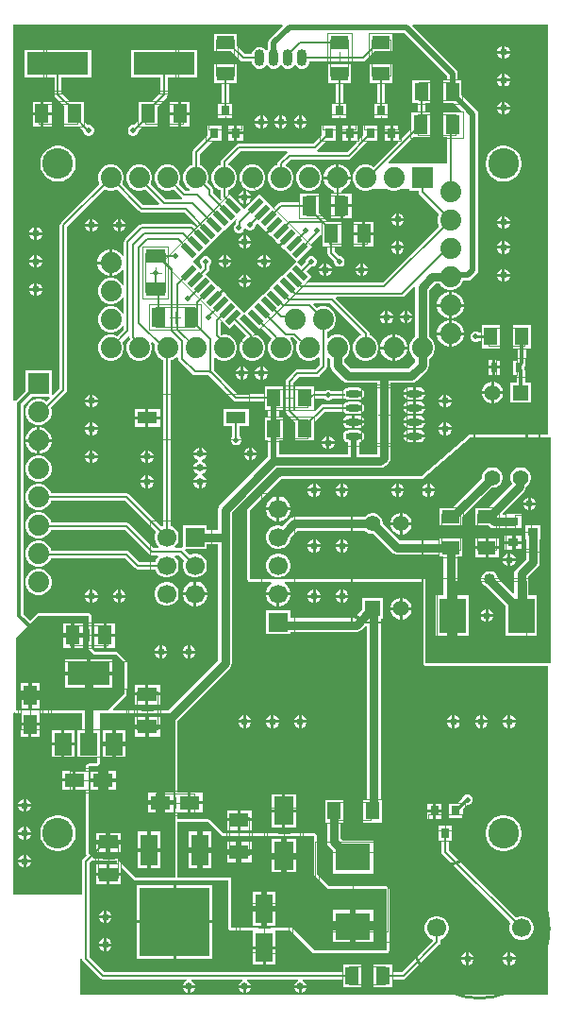
<source format=gtl>
G04*
G04 #@! TF.GenerationSoftware,Altium Limited,Altium Designer,21.3.2 (30)*
G04*
G04 Layer_Physical_Order=1*
G04 Layer_Color=255*
%FSLAX25Y25*%
%MOIN*%
G70*
G04*
G04 #@! TF.SameCoordinates,3F51CCC3-8A4B-4D73-A1D2-239D5F55BC23*
G04*
G04*
G04 #@! TF.FilePolarity,Positive*
G04*
G01*
G75*
%ADD10C,0.01000*%
%ADD12C,0.00787*%
%ADD15C,0.00394*%
%ADD18R,0.03307X0.06692*%
%ADD19R,0.06692X0.03307*%
%ADD20R,0.03765X0.24488*%
%ADD21R,0.24488X0.03765*%
%ADD22R,0.11496X0.02436*%
%ADD23C,0.00197*%
%ADD24R,0.05118X0.07087*%
%ADD25R,0.21654X0.07874*%
%ADD26R,0.07087X0.04331*%
%ADD27R,0.07087X0.05118*%
%ADD28R,0.06299X0.09843*%
%ADD29R,0.07087X0.04842*%
%ADD30R,0.04842X0.07087*%
%ADD31R,0.09646X0.12402*%
%ADD32R,0.12402X0.09646*%
%ADD33R,0.06693X0.09843*%
%ADD34R,0.02461X0.03268*%
%ADD35R,0.04921X0.06496*%
%ADD36O,0.05709X0.02362*%
%ADD37R,0.03827X0.03158*%
%ADD38R,0.05906X0.07874*%
%ADD39R,0.14961X0.07874*%
%ADD40R,0.03150X0.03543*%
%ADD41R,0.06496X0.04724*%
%ADD42R,0.04724X0.06496*%
%ADD43R,0.24803X0.24016*%
%ADD44R,0.05906X0.11024*%
G04:AMPARAMS|DCode=45|XSize=21.65mil|YSize=59.06mil|CornerRadius=0mil|HoleSize=0mil|Usage=FLASHONLY|Rotation=225.000|XOffset=0mil|YOffset=0mil|HoleType=Round|Shape=Rectangle|*
%AMROTATEDRECTD45*
4,1,4,-0.01322,0.02854,0.02854,-0.01322,0.01322,-0.02854,-0.02854,0.01322,-0.01322,0.02854,0.0*
%
%ADD45ROTATEDRECTD45*%

G04:AMPARAMS|DCode=46|XSize=21.65mil|YSize=59.06mil|CornerRadius=0mil|HoleSize=0mil|Usage=FLASHONLY|Rotation=315.000|XOffset=0mil|YOffset=0mil|HoleType=Round|Shape=Rectangle|*
%AMROTATEDRECTD46*
4,1,4,-0.02854,-0.01322,0.01322,0.02854,0.02854,0.01322,-0.01322,-0.02854,-0.02854,-0.01322,0.0*
%
%ADD46ROTATEDRECTD46*%

%ADD82C,0.00800*%
%ADD83C,0.01200*%
%ADD84C,0.03000*%
%ADD85C,0.02000*%
%ADD86C,0.07400*%
%ADD87R,0.07400X0.07400*%
%ADD88C,0.06693*%
%ADD89C,0.05512*%
%ADD90R,0.05512X0.05512*%
%ADD91O,0.03543X0.05906*%
%ADD92R,0.06693X0.06693*%
%ADD93R,0.07400X0.07400*%
%ADD94C,0.10827*%
%ADD95C,0.02000*%
%ADD96C,0.02500*%
%ADD97C,0.04000*%
G36*
X97192Y344026D02*
X92587Y339421D01*
X92167Y338792D01*
X92019Y338051D01*
Y335722D01*
X91759Y335382D01*
X91663Y335346D01*
X91250D01*
X91155Y335382D01*
X90862Y335764D01*
X90304Y336192D01*
X89654Y336461D01*
X88957Y336553D01*
X88259Y336461D01*
X87609Y336192D01*
X87051Y335764D01*
X86623Y335206D01*
X86354Y334556D01*
X86281Y334003D01*
X83718D01*
X80920Y336801D01*
Y341451D01*
X72624D01*
Y334927D01*
X79045D01*
X82232Y331740D01*
X82662Y331453D01*
X83169Y331352D01*
X86281D01*
X86354Y330799D01*
X86623Y330149D01*
X87051Y329591D01*
X87609Y329162D01*
X88259Y328893D01*
X88957Y328801D01*
X89654Y328893D01*
X90304Y329162D01*
X90862Y329591D01*
X91155Y329972D01*
X91250Y330008D01*
X91663D01*
X91759Y329972D01*
X92051Y329591D01*
X92609Y329162D01*
X93259Y328893D01*
X93957Y328801D01*
X94654Y328893D01*
X95304Y329162D01*
X95862Y329591D01*
X96155Y329972D01*
X96250Y330008D01*
X96663D01*
X96759Y329972D01*
X97051Y329591D01*
X97609Y329162D01*
X98259Y328893D01*
X98957Y328801D01*
X99654Y328893D01*
X100304Y329162D01*
X100862Y329591D01*
X101155Y329972D01*
X101250Y330008D01*
X101663D01*
X101759Y329972D01*
X102051Y329591D01*
X102609Y329162D01*
X103259Y328893D01*
X103957Y328801D01*
X104654Y328893D01*
X105304Y329162D01*
X105862Y329591D01*
X106290Y330149D01*
X106560Y330799D01*
X106632Y331352D01*
X125492D01*
X125999Y331453D01*
X126429Y331740D01*
X129616Y334927D01*
X136038D01*
Y341451D01*
X136490Y341567D01*
X139946D01*
X155149Y326363D01*
Y325014D01*
X153824D01*
Y316718D01*
X157609D01*
X160329Y313998D01*
X160122Y313498D01*
X153824D01*
Y304612D01*
X155092D01*
Y295354D01*
X134693D01*
X134502Y295816D01*
X143297Y304612D01*
X149325D01*
Y313498D01*
X147389D01*
Y316718D01*
X149325D01*
Y325014D01*
X142801D01*
Y316718D01*
X144738D01*
Y313498D01*
X142407D01*
Y307471D01*
X138705Y303768D01*
X138205Y303975D01*
Y305602D01*
X136130D01*
Y303331D01*
X137560D01*
X137767Y302831D01*
X129071Y294134D01*
X128193Y294641D01*
X127023Y294954D01*
X125812D01*
X124642Y294641D01*
X123593Y294035D01*
X122736Y293179D01*
X122131Y292130D01*
X121817Y290960D01*
Y289749D01*
X122131Y288579D01*
X122736Y287530D01*
X123593Y286673D01*
X124642Y286068D01*
X125812Y285754D01*
X127023D01*
X128193Y286068D01*
X128798Y286417D01*
X134036D01*
X134642Y286068D01*
X135812Y285754D01*
X137023D01*
X138193Y286068D01*
X138798Y286417D01*
X141817D01*
Y285754D01*
X145092D01*
Y285354D01*
X145193Y284847D01*
X145480Y284417D01*
X152364Y277533D01*
X152131Y277130D01*
X151817Y275960D01*
Y274749D01*
X152131Y273579D01*
X152364Y273175D01*
X132483Y253294D01*
X105894D01*
X105702Y253756D01*
X107414Y255468D01*
X105606Y257275D01*
X107258Y258927D01*
X107661D01*
X108360Y259216D01*
X108894Y259751D01*
X109184Y260449D01*
Y261205D01*
X108894Y261903D01*
X108360Y262438D01*
X107661Y262727D01*
X106905D01*
X106207Y262438D01*
X105673Y261903D01*
X105384Y261205D01*
Y260801D01*
X103732Y259150D01*
X102055Y260827D01*
X107414Y266186D01*
X106949Y266651D01*
X109960Y269661D01*
X110172Y269978D01*
X110328Y270043D01*
X110411Y270126D01*
X110911Y269918D01*
Y266226D01*
X113045D01*
Y263583D01*
X113145Y263075D01*
X113433Y262645D01*
X115226Y260852D01*
Y260449D01*
X115515Y259751D01*
X116050Y259216D01*
X116748Y258927D01*
X117504D01*
X118202Y259216D01*
X118737Y259751D01*
X119026Y260449D01*
Y261205D01*
X118737Y261903D01*
X118202Y262438D01*
X117504Y262727D01*
X117101D01*
X115696Y264132D01*
Y266226D01*
X117829D01*
Y275113D01*
X112742D01*
X109981Y277874D01*
Y278353D01*
X109955Y278481D01*
Y284955D01*
X103037D01*
Y281837D01*
X96665D01*
X96158Y281736D01*
X95728Y281449D01*
X93939Y279661D01*
X91247Y282352D01*
X89020Y284579D01*
X83661Y279220D01*
X78302Y284579D01*
X78243Y284520D01*
X77743Y284727D01*
Y285947D01*
X78193Y286068D01*
X79242Y286673D01*
X80098Y287530D01*
X80704Y288579D01*
X81017Y289749D01*
Y290960D01*
X80704Y292130D01*
X80098Y293179D01*
X79242Y294035D01*
X78193Y294641D01*
X77743Y294761D01*
Y295356D01*
X82242Y299856D01*
X98605D01*
X98757Y299356D01*
X98472Y299166D01*
X95498Y296192D01*
X95211Y295762D01*
X95110Y295254D01*
Y294766D01*
X94642Y294641D01*
X93593Y294035D01*
X92736Y293179D01*
X92131Y292130D01*
X91817Y290960D01*
Y289749D01*
X92131Y288579D01*
X92736Y287530D01*
X93593Y286673D01*
X94642Y286068D01*
X95812Y285754D01*
X97023D01*
X98193Y286068D01*
X99242Y286673D01*
X100098Y287530D01*
X100704Y288579D01*
X101017Y289749D01*
Y290960D01*
X100704Y292130D01*
X100098Y293179D01*
X99242Y294035D01*
X98326Y294564D01*
X98166Y295110D01*
X99958Y296903D01*
X120429D01*
X120936Y297004D01*
X121366Y297291D01*
X127506Y303431D01*
X130624D01*
Y308774D01*
X125675D01*
Y305349D01*
X123941Y303615D01*
X123441Y303822D01*
Y305602D01*
X121366D01*
Y303331D01*
X122950D01*
X123157Y302831D01*
X119880Y299554D01*
X109422D01*
X109271Y300054D01*
X109555Y300244D01*
X112742Y303431D01*
X115861D01*
Y308774D01*
X110911D01*
Y305349D01*
X108069Y302507D01*
X81693D01*
X81186Y302406D01*
X80756Y302118D01*
X75480Y296843D01*
X75193Y296413D01*
X75092Y295905D01*
Y294761D01*
X74642Y294641D01*
X73593Y294035D01*
X72736Y293179D01*
X72131Y292130D01*
X71817Y290960D01*
Y289749D01*
X72131Y288579D01*
X72736Y287530D01*
X73593Y286673D01*
X74642Y286068D01*
X75092Y285947D01*
Y283661D01*
X75193Y283153D01*
X75480Y282723D01*
X75125Y282373D01*
X72445Y285053D01*
Y286164D01*
X72344Y286671D01*
X72057Y287101D01*
X70658Y288500D01*
X70704Y288579D01*
X71017Y289749D01*
Y290960D01*
X70704Y292130D01*
X70098Y293179D01*
X69242Y294035D01*
X68193Y294641D01*
X67743Y294761D01*
Y298742D01*
X72431Y303431D01*
X75506D01*
Y308774D01*
X70557D01*
Y305305D01*
X65480Y300229D01*
X65193Y299799D01*
X65092Y299291D01*
Y294761D01*
X64642Y294641D01*
X63593Y294035D01*
X62736Y293179D01*
X62131Y292130D01*
X61817Y290960D01*
Y289749D01*
X62131Y288579D01*
X62736Y287530D01*
X63593Y286673D01*
X64284Y286274D01*
X64150Y285774D01*
X62872D01*
X60471Y288175D01*
X60704Y288579D01*
X61017Y289749D01*
Y290960D01*
X60704Y292130D01*
X60098Y293179D01*
X59242Y294035D01*
X58193Y294641D01*
X57023Y294954D01*
X55812D01*
X54642Y294641D01*
X53593Y294035D01*
X52736Y293179D01*
X52131Y292130D01*
X51817Y290960D01*
Y289749D01*
X52131Y288579D01*
X52736Y287530D01*
X53593Y286673D01*
X54642Y286068D01*
X55812Y285754D01*
X57023D01*
X58193Y286068D01*
X58596Y286301D01*
X61386Y283512D01*
X61670Y283321D01*
X61518Y282821D01*
X55667D01*
X50413Y288075D01*
X50704Y288579D01*
X51017Y289749D01*
Y290960D01*
X50704Y292130D01*
X50098Y293179D01*
X49242Y294035D01*
X48193Y294641D01*
X47023Y294954D01*
X45812D01*
X44642Y294641D01*
X43593Y294035D01*
X42736Y293179D01*
X42131Y292130D01*
X41817Y290960D01*
Y289749D01*
X42131Y288579D01*
X42736Y287530D01*
X43593Y286673D01*
X44642Y286068D01*
X45812Y285754D01*
X47023D01*
X48193Y286068D01*
X48496Y286243D01*
X53425Y281315D01*
X53233Y280853D01*
X47793D01*
X40471Y288175D01*
X40704Y288579D01*
X41017Y289749D01*
Y290960D01*
X40704Y292130D01*
X40098Y293179D01*
X39242Y294035D01*
X38193Y294641D01*
X37023Y294954D01*
X35812D01*
X34642Y294641D01*
X33593Y294035D01*
X32736Y293179D01*
X32131Y292130D01*
X31817Y290960D01*
Y289749D01*
X32131Y288579D01*
X32364Y288175D01*
X18748Y274559D01*
X18461Y274129D01*
X18360Y273622D01*
Y216100D01*
X15889Y213629D01*
X15427Y213821D01*
Y222238D01*
X6227D01*
Y215201D01*
X2856Y211829D01*
X2712Y211614D01*
X1969D01*
Y344488D01*
X97001D01*
X97192Y344026D01*
D02*
G37*
G36*
X46307Y278590D02*
X46737Y278303D01*
X47244Y278202D01*
X62185D01*
X67055Y273332D01*
X66598Y272875D01*
X65898Y273575D01*
X65468Y273862D01*
X64961Y273963D01*
X47244D01*
X46737Y273862D01*
X46307Y273575D01*
X41386Y268654D01*
X41098Y268224D01*
X40997Y267717D01*
Y262822D01*
X40497Y262687D01*
X40178Y263240D01*
X39303Y264115D01*
X38232Y264734D01*
X37036Y265054D01*
X36917D01*
Y260354D01*
Y255654D01*
X37036D01*
X38232Y255975D01*
X39303Y256593D01*
X40178Y257469D01*
X40497Y258021D01*
X40997Y257887D01*
Y252622D01*
X40497Y252487D01*
X40098Y253179D01*
X39242Y254035D01*
X38193Y254641D01*
X37023Y254954D01*
X35812D01*
X34642Y254641D01*
X33593Y254035D01*
X32736Y253179D01*
X32131Y252130D01*
X31817Y250960D01*
Y249749D01*
X32131Y248579D01*
X32736Y247530D01*
X33593Y246673D01*
X34642Y246068D01*
X35812Y245754D01*
X37023D01*
X38193Y246068D01*
X39242Y246673D01*
X40098Y247530D01*
X40497Y248221D01*
X40997Y248087D01*
Y242621D01*
X40497Y242488D01*
X40098Y243179D01*
X39242Y244035D01*
X38193Y244641D01*
X37023Y244954D01*
X35812D01*
X34642Y244641D01*
X33593Y244035D01*
X32736Y243179D01*
X32131Y242130D01*
X31817Y240960D01*
Y239749D01*
X32131Y238579D01*
X32736Y237530D01*
X33593Y236673D01*
X34642Y236068D01*
X35812Y235754D01*
X37023D01*
X38193Y236068D01*
X39242Y236673D01*
X40098Y237530D01*
X40497Y238221D01*
X40997Y238087D01*
Y236809D01*
X38596Y234408D01*
X38193Y234641D01*
X37023Y234954D01*
X35812D01*
X34642Y234641D01*
X33593Y234035D01*
X32736Y233179D01*
X32131Y232130D01*
X31817Y230960D01*
Y229749D01*
X32131Y228579D01*
X32736Y227530D01*
X33593Y226673D01*
X34642Y226068D01*
X35812Y225754D01*
X37023D01*
X38193Y226068D01*
X39242Y226673D01*
X40098Y227530D01*
X40704Y228579D01*
X41017Y229749D01*
Y230960D01*
X40704Y232130D01*
X40471Y232533D01*
X42504Y234566D01*
X42966Y234375D01*
Y234123D01*
X43067Y233616D01*
X43110Y233552D01*
X42736Y233179D01*
X42131Y232130D01*
X41817Y230960D01*
Y229749D01*
X42131Y228579D01*
X42736Y227530D01*
X43593Y226673D01*
X44642Y226068D01*
X45812Y225754D01*
X47023D01*
X48193Y226068D01*
X49242Y226673D01*
X50098Y227530D01*
X50704Y228579D01*
X51017Y229749D01*
Y230960D01*
X50704Y232130D01*
X50680Y232172D01*
X51080Y232479D01*
X51982Y231576D01*
X51817Y230960D01*
Y229749D01*
X52131Y228579D01*
X52736Y227530D01*
X53593Y226673D01*
X54642Y226068D01*
X54934Y225989D01*
Y167627D01*
X54463Y167500D01*
X54182Y167338D01*
X42945Y178575D01*
X42515Y178862D01*
X42008Y178963D01*
X15234D01*
X15113Y179413D01*
X14508Y180462D01*
X13651Y181319D01*
X12602Y181924D01*
X11432Y182238D01*
X10221D01*
X9051Y181924D01*
X8002Y181319D01*
X7146Y180462D01*
X6540Y179413D01*
X6227Y178243D01*
Y177032D01*
X6540Y175862D01*
X7146Y174813D01*
X8002Y173957D01*
X9051Y173351D01*
X10221Y173038D01*
X11432D01*
X12602Y173351D01*
X13651Y173957D01*
X14508Y174813D01*
X15113Y175862D01*
X15234Y176312D01*
X41459D01*
X52308Y165463D01*
X52145Y165182D01*
X51856Y164102D01*
Y162984D01*
X52145Y161904D01*
X52704Y160936D01*
X53350Y160290D01*
X53146Y159790D01*
X51375D01*
X42905Y168260D01*
X42475Y168547D01*
X41968Y168648D01*
X15318D01*
X15113Y169413D01*
X14508Y170462D01*
X13651Y171319D01*
X12602Y171924D01*
X11432Y172238D01*
X10221D01*
X9051Y171924D01*
X8002Y171319D01*
X7146Y170462D01*
X6540Y169413D01*
X6227Y168243D01*
Y167032D01*
X6540Y165862D01*
X7146Y164813D01*
X8002Y163957D01*
X9051Y163351D01*
X10221Y163038D01*
X11432D01*
X12602Y163351D01*
X13651Y163957D01*
X14508Y164813D01*
X15113Y165862D01*
X15149Y165997D01*
X41419D01*
X49889Y157527D01*
X50319Y157240D01*
X50826Y157139D01*
X52986D01*
X53193Y156639D01*
X52704Y156151D01*
X52145Y155182D01*
X52061Y154869D01*
X46530D01*
X42981Y158418D01*
X42551Y158705D01*
X42044Y158806D01*
X15276D01*
X15113Y159413D01*
X14508Y160462D01*
X13651Y161319D01*
X12602Y161924D01*
X11432Y162238D01*
X10221D01*
X9051Y161924D01*
X8002Y161319D01*
X7146Y160462D01*
X6540Y159413D01*
X6227Y158243D01*
Y157032D01*
X6540Y155862D01*
X7146Y154813D01*
X8002Y153957D01*
X9051Y153351D01*
X10221Y153038D01*
X11432D01*
X12602Y153351D01*
X13651Y153957D01*
X14508Y154813D01*
X15113Y155862D01*
X15192Y156155D01*
X41495D01*
X45044Y152606D01*
X45474Y152319D01*
X45981Y152218D01*
X52061D01*
X52145Y151904D01*
X52704Y150936D01*
X53495Y150145D01*
X54463Y149586D01*
X55543Y149297D01*
X56661D01*
X57741Y149586D01*
X58710Y150145D01*
X59500Y150936D01*
X60059Y151904D01*
X60349Y152984D01*
Y154102D01*
X60059Y155182D01*
X59500Y156151D01*
X59012Y156639D01*
X59219Y157139D01*
X60632D01*
X62308Y155464D01*
X62145Y155182D01*
X61856Y154102D01*
Y152984D01*
X62145Y151904D01*
X62704Y150936D01*
X63495Y150145D01*
X64463Y149586D01*
X65543Y149297D01*
X66661D01*
X67741Y149586D01*
X68710Y150145D01*
X69500Y150936D01*
X70059Y151904D01*
X70349Y152984D01*
Y154102D01*
X70059Y155182D01*
X69500Y156151D01*
X68710Y156941D01*
X67741Y157500D01*
X66661Y157790D01*
X65543D01*
X64463Y157500D01*
X64182Y157338D01*
X62685Y158835D01*
X62877Y159297D01*
X70349D01*
Y161096D01*
X74325D01*
Y120108D01*
X56512Y102296D01*
X37317D01*
X37126Y102758D01*
X41987Y107619D01*
X42186Y107917D01*
X42256Y108268D01*
Y119095D01*
X42186Y119446D01*
X41987Y119743D01*
X39035Y122696D01*
X38737Y122895D01*
X38386Y122965D01*
X30892D01*
X29461Y124396D01*
Y135827D01*
X29391Y136178D01*
X29192Y136476D01*
X28894Y136674D01*
X28543Y136744D01*
X10827D01*
X10476Y136674D01*
X10178Y136476D01*
X7814Y134112D01*
X5466Y136460D01*
Y210115D01*
X8390Y213038D01*
X14644D01*
X14835Y212576D01*
X13605Y211346D01*
X12602Y211924D01*
X11432Y212238D01*
X10221D01*
X9051Y211924D01*
X8002Y211319D01*
X7146Y210462D01*
X6540Y209413D01*
X6227Y208243D01*
Y207032D01*
X6540Y205862D01*
X7146Y204813D01*
X8002Y203957D01*
X9051Y203351D01*
X10221Y203038D01*
X11432D01*
X12602Y203351D01*
X13651Y203957D01*
X14508Y204813D01*
X15113Y205862D01*
X15427Y207032D01*
Y208243D01*
X15179Y209170D01*
X20622Y214614D01*
X20910Y215044D01*
X21011Y215551D01*
Y273073D01*
X34238Y286301D01*
X34642Y286068D01*
X35812Y285754D01*
X37023D01*
X38193Y286068D01*
X38596Y286301D01*
X46307Y278590D01*
D02*
G37*
G36*
X190945Y199736D02*
X163386D01*
X163238Y199707D01*
X163088Y199687D01*
X163063Y199672D01*
X163035Y199667D01*
X162909Y199583D01*
X162779Y199507D01*
X146307Y184973D01*
X96457D01*
X96105Y184903D01*
X95808Y184704D01*
X84981Y173877D01*
X84782Y173580D01*
X84712Y173228D01*
Y148622D01*
X84782Y148271D01*
X84981Y147973D01*
X85279Y147774D01*
X85630Y147704D01*
X92987D01*
X93121Y147204D01*
X92804Y147021D01*
X91994Y146212D01*
X91422Y145221D01*
X91126Y144115D01*
Y144043D01*
X95472D01*
X99819D01*
Y144115D01*
X99523Y145221D01*
X98950Y146212D01*
X98141Y147021D01*
X97824Y147204D01*
X97958Y147704D01*
X146720D01*
Y119095D01*
X146790Y118743D01*
X146989Y118446D01*
X147287Y118247D01*
X147638Y118177D01*
X190945D01*
Y1969D01*
X25591D01*
Y14764D01*
X26234D01*
X26335Y14256D01*
X26622Y13826D01*
X32527Y7921D01*
X32957Y7634D01*
X33465Y7533D01*
X63095D01*
X63195Y7033D01*
X62702Y6829D01*
X62069Y6196D01*
X61748Y5421D01*
X66205D01*
X65884Y6196D01*
X65251Y6829D01*
X64758Y7033D01*
X64858Y7533D01*
X82780D01*
X82880Y7033D01*
X82387Y6829D01*
X81754Y6196D01*
X81433Y5421D01*
X85890D01*
X85569Y6196D01*
X84936Y6829D01*
X84443Y7033D01*
X84543Y7533D01*
X102465D01*
X102565Y7033D01*
X102072Y6829D01*
X101439Y6196D01*
X101118Y5421D01*
X105575D01*
X105254Y6196D01*
X104621Y6829D01*
X104128Y7033D01*
X104228Y7533D01*
X118194D01*
Y4710D01*
X124719D01*
Y13006D01*
X118194D01*
Y10184D01*
X34014D01*
X28885Y15313D01*
Y48664D01*
X29816Y49595D01*
X29863Y49548D01*
X30161Y49349D01*
X30512Y49279D01*
X38452D01*
Y49213D01*
X38522Y48861D01*
X38721Y48564D01*
X38776Y48509D01*
X38584Y48047D01*
X35933D01*
Y44988D01*
X39976D01*
Y46655D01*
X40438Y46847D01*
X44627Y42658D01*
X44924Y42459D01*
X45276Y42390D01*
X59055D01*
X59406Y42459D01*
X59547Y42553D01*
X59688Y42459D01*
X60039Y42390D01*
X77823D01*
Y25591D01*
X77892Y25239D01*
X78091Y24942D01*
X78389Y24743D01*
X78740Y24673D01*
X85923D01*
X86402Y24622D01*
X86402Y24173D01*
Y19201D01*
X90551D01*
X94701D01*
Y24173D01*
X94701Y24622D01*
X95180Y24673D01*
X100014D01*
X107619Y17068D01*
X107917Y16869D01*
X108268Y16799D01*
X133858D01*
X134209Y16869D01*
X134507Y17068D01*
X134706Y17365D01*
X134776Y17717D01*
Y39370D01*
X134706Y39721D01*
X134507Y40019D01*
X134209Y40218D01*
X133858Y40288D01*
X113569D01*
X109185Y44671D01*
Y58071D01*
X109116Y58422D01*
X108917Y58720D01*
X108619Y58919D01*
X108268Y58988D01*
X76168Y58988D01*
X71515Y63641D01*
X71217Y63840D01*
X70866Y63910D01*
X60039D01*
X59973Y63964D01*
Y66461D01*
X63713D01*
Y69882D01*
Y73303D01*
X59973D01*
Y98835D01*
X78502Y117364D01*
X79032Y118158D01*
X79219Y119095D01*
Y164370D01*
Y172215D01*
X94911Y187907D01*
X131702D01*
X132639Y188094D01*
X133433Y188624D01*
X134604Y189796D01*
X135135Y190589D01*
X135321Y191526D01*
Y218025D01*
X142717D01*
X143653Y218212D01*
X144447Y218742D01*
X148148Y222443D01*
X148678Y223237D01*
X148864Y224173D01*
Y226455D01*
X149242Y226673D01*
X150098Y227530D01*
X150704Y228579D01*
X151017Y229749D01*
Y230960D01*
X150704Y232130D01*
X150098Y233179D01*
X149242Y234035D01*
X148864Y234253D01*
Y250719D01*
X151053Y252907D01*
X152518D01*
X152736Y252530D01*
X153593Y251673D01*
X154642Y251068D01*
X155812Y250754D01*
X157023D01*
X158193Y251068D01*
X159242Y251673D01*
X160098Y252530D01*
X160704Y253579D01*
X160839Y254084D01*
X162517D01*
X163259Y254232D01*
X163887Y254651D01*
X165740Y256504D01*
X166160Y257133D01*
X166307Y257874D01*
Y312697D01*
X166160Y313438D01*
X165740Y314067D01*
X160349Y319458D01*
Y325014D01*
X159024D01*
Y327165D01*
X158876Y327907D01*
X158456Y328535D01*
X142965Y344026D01*
X143157Y344488D01*
X190945D01*
Y199736D01*
D02*
G37*
G36*
X80913Y275585D02*
X80698Y275264D01*
X80597Y274757D01*
Y274229D01*
X80082Y273714D01*
X79793Y273016D01*
Y272260D01*
X80082Y271562D01*
X80617Y271027D01*
X81315Y270738D01*
X82071D01*
X82769Y271027D01*
X83304Y271562D01*
X83593Y272260D01*
Y272319D01*
X83744Y272399D01*
X84093Y272472D01*
X84554Y272011D01*
X85252Y271722D01*
X86008D01*
X86706Y272011D01*
X87241Y272546D01*
X87530Y273244D01*
Y273802D01*
X88215Y274487D01*
X90182Y272520D01*
X90112Y272449D01*
X91231Y271330D01*
X94026Y274125D01*
X94733Y273418D01*
X91938Y270623D01*
X93057Y269504D01*
X93128Y269575D01*
X94637Y268066D01*
X94566Y267995D01*
X95685Y266876D01*
X98480Y269671D01*
X99187Y268964D01*
X96392Y266169D01*
X97511Y265050D01*
X97582Y265121D01*
X99738Y262964D01*
X101876Y260827D01*
X99738Y258689D01*
X96934Y255885D01*
X94707Y253658D01*
X92480Y251431D01*
X90253Y249204D01*
X88026Y246977D01*
X85799Y244750D01*
X83661Y242612D01*
X80947Y245327D01*
X78720Y247554D01*
X77140Y249133D01*
X77211Y249204D01*
X76092Y250323D01*
X73297Y247528D01*
X72590Y248235D01*
X75385Y251030D01*
X74266Y252149D01*
X74195Y252079D01*
X72039Y254235D01*
X69924Y256350D01*
X70819Y257245D01*
X71106Y257676D01*
X71207Y258183D01*
Y259465D01*
X71493Y259751D01*
X71782Y260449D01*
Y261205D01*
X71493Y261903D01*
X70958Y262438D01*
X70260Y262727D01*
X69504D01*
X68806Y262438D01*
X68271Y261903D01*
X67982Y261205D01*
Y260449D01*
X68271Y259751D01*
X68556Y259465D01*
Y258732D01*
X68049Y258225D01*
X65447Y260827D01*
X67585Y262964D01*
X69812Y265191D01*
X72039Y267419D01*
X74266Y269646D01*
X76493Y271873D01*
X78720Y274100D01*
X80524Y275904D01*
X80913Y275585D01*
D02*
G37*
G36*
X143970Y251625D02*
Y234253D01*
X143593Y234035D01*
X142736Y233179D01*
X142131Y232130D01*
X141817Y230960D01*
Y229749D01*
X142131Y228579D01*
X142736Y227530D01*
X143593Y226673D01*
X143970Y226455D01*
Y225187D01*
X141703Y222920D01*
X121092D01*
X118864Y225147D01*
Y226455D01*
X119242Y226673D01*
X120098Y227530D01*
X120704Y228579D01*
X121017Y229749D01*
Y230960D01*
X120704Y232130D01*
X120098Y233179D01*
X119242Y234035D01*
X118193Y234641D01*
X117023Y234954D01*
X115812D01*
X114642Y234641D01*
X113593Y234035D01*
X113205Y233647D01*
X112743Y233839D01*
Y235947D01*
X113193Y236068D01*
X114242Y236673D01*
X115098Y237530D01*
X115704Y238579D01*
X116017Y239749D01*
Y240960D01*
X115704Y242130D01*
X115098Y243179D01*
X114242Y244035D01*
X113193Y244641D01*
X112023Y244954D01*
X110812D01*
X109642Y244641D01*
X109238Y244408D01*
X107987Y245659D01*
X108178Y246122D01*
X113915D01*
X124828Y235209D01*
X124679Y234651D01*
X124642Y234641D01*
X123593Y234035D01*
X122736Y233179D01*
X122131Y232130D01*
X121817Y230960D01*
Y229749D01*
X122131Y228579D01*
X122736Y227530D01*
X123593Y226673D01*
X124642Y226068D01*
X125812Y225754D01*
X127023D01*
X128193Y226068D01*
X129242Y226673D01*
X130098Y227530D01*
X130704Y228579D01*
X131017Y229749D01*
Y230960D01*
X130704Y232130D01*
X130098Y233179D01*
X129242Y234035D01*
X128193Y234641D01*
X127743Y234761D01*
Y235494D01*
X127642Y236001D01*
X127355Y236431D01*
X116004Y247781D01*
X116196Y248243D01*
X139333D01*
X139840Y248344D01*
X140270Y248632D01*
X143541Y251903D01*
X143970Y251625D01*
D02*
G37*
G36*
X89020Y237074D02*
X89439Y237493D01*
X93245Y233687D01*
X92736Y233179D01*
X92131Y232130D01*
X91817Y230960D01*
Y229749D01*
X92131Y228579D01*
X92736Y227530D01*
X93593Y226673D01*
X94642Y226068D01*
X95812Y225754D01*
X97023D01*
X98193Y226068D01*
X99242Y226673D01*
X100098Y227530D01*
X100704Y228579D01*
X101017Y229749D01*
Y230960D01*
X100704Y232130D01*
X100098Y233179D01*
X99828Y233449D01*
X100020Y233911D01*
X100829D01*
X102306Y232434D01*
X102131Y232130D01*
X101817Y230960D01*
Y229749D01*
X102131Y228579D01*
X102736Y227530D01*
X103593Y226673D01*
X104642Y226068D01*
X105812Y225754D01*
X107023D01*
X108193Y226068D01*
X109242Y226673D01*
X109630Y227062D01*
X110092Y226870D01*
Y224171D01*
X108703Y222782D01*
X102362D01*
X101855Y222681D01*
X101425Y222394D01*
X98472Y219441D01*
X98185Y219011D01*
X98084Y218504D01*
Y208169D01*
X98185Y207662D01*
X98472Y207232D01*
X101659Y204045D01*
Y197624D01*
X108184D01*
Y204045D01*
X112006Y207867D01*
X118855D01*
X118972Y207693D01*
X119660Y207233D01*
X120473Y207071D01*
X123819D01*
X124631Y207233D01*
X125319Y207693D01*
X125779Y208381D01*
X125941Y209193D01*
X125779Y210005D01*
X125319Y210693D01*
X124631Y211153D01*
X123819Y211315D01*
X120473D01*
X119660Y211153D01*
X118972Y210693D01*
X118855Y210518D01*
X111457D01*
X110950Y210418D01*
X110520Y210130D01*
X108573Y208184D01*
X108184Y208501D01*
Y212018D01*
X108423Y212257D01*
X111827D01*
X112113Y211972D01*
X112811Y211683D01*
X113567D01*
X114265Y211972D01*
X114800Y212506D01*
X114825Y212568D01*
X118894D01*
X119097Y212609D01*
X119660Y212233D01*
X120473Y212071D01*
X123819D01*
X124631Y212233D01*
X125319Y212692D01*
X125779Y213381D01*
X125941Y214193D01*
X125779Y215005D01*
X125319Y215693D01*
X124631Y216153D01*
X123819Y216315D01*
X120473D01*
X119660Y216153D01*
X118972Y215693D01*
X118803Y215441D01*
X118686Y215418D01*
X118389Y215219D01*
X114202D01*
X113567Y215483D01*
X112811D01*
X112113Y215193D01*
X111827Y214908D01*
X108184D01*
Y216746D01*
X101659D01*
Y208501D01*
X101269Y208184D01*
X100735Y208718D01*
Y217955D01*
X102911Y220131D01*
X109252D01*
X109759Y220232D01*
X110189Y220519D01*
X112355Y222685D01*
X112642Y223115D01*
X112743Y223622D01*
Y226870D01*
X113205Y227062D01*
X113593Y226673D01*
X113970Y226455D01*
Y224134D01*
X114157Y223197D01*
X114687Y222404D01*
X118348Y218742D01*
X119142Y218212D01*
X120079Y218025D01*
X130427D01*
Y192801D01*
X124083D01*
Y197124D01*
X124631Y197233D01*
X125319Y197693D01*
X125779Y198381D01*
X125941Y199193D01*
X125779Y200005D01*
X125319Y200693D01*
X124631Y201153D01*
X123819Y201315D01*
X120473D01*
X119660Y201153D01*
X118972Y200693D01*
X118512Y200005D01*
X118351Y199193D01*
X118512Y198381D01*
X118972Y197693D01*
X119660Y197233D01*
X120209Y197124D01*
Y192801D01*
X95835D01*
Y197624D01*
X97160D01*
Y205920D01*
X95835D01*
Y208450D01*
X97160D01*
Y216746D01*
X90635D01*
Y213924D01*
X81258D01*
X72743Y222439D01*
Y226870D01*
X73205Y227061D01*
X73593Y226673D01*
X74642Y226068D01*
X75812Y225754D01*
X77023D01*
X78193Y226068D01*
X79242Y226673D01*
X80098Y227530D01*
X80704Y228579D01*
X81017Y229749D01*
Y230960D01*
X80704Y232130D01*
X80098Y233179D01*
X79242Y234035D01*
X78193Y234641D01*
X77023Y234954D01*
X75812D01*
X75506Y234873D01*
X75144Y235235D01*
Y239525D01*
X75147Y239528D01*
X75557Y239820D01*
X78302Y237074D01*
X80089Y238861D01*
X84141Y234810D01*
X84076Y234314D01*
X83593Y234035D01*
X82736Y233179D01*
X82131Y232130D01*
X81817Y230960D01*
Y229749D01*
X82131Y228579D01*
X82736Y227530D01*
X83593Y226673D01*
X84642Y226068D01*
X85812Y225754D01*
X87023D01*
X88193Y226068D01*
X89242Y226673D01*
X90098Y227530D01*
X90704Y228579D01*
X91017Y229749D01*
Y230960D01*
X90704Y232130D01*
X90098Y233179D01*
X89242Y234035D01*
X88193Y234641D01*
X87349Y234867D01*
X87264Y235293D01*
X86977Y235723D01*
X81964Y240736D01*
X83661Y242433D01*
X89020Y237074D01*
D02*
G37*
G36*
X60095Y226873D02*
Y226546D01*
X60196Y226039D01*
X60196Y226039D01*
X60483Y225608D01*
X60717Y225374D01*
X65119Y220972D01*
X65549Y220685D01*
X66057Y220584D01*
X70849D01*
X79771Y211661D01*
X80201Y211374D01*
X80709Y211273D01*
X90635D01*
Y208450D01*
X91960D01*
Y205920D01*
X90635D01*
Y197624D01*
X91960D01*
Y191878D01*
X75041Y174959D01*
X74511Y174165D01*
X74325Y173228D01*
Y165990D01*
X70349D01*
Y167790D01*
X61856D01*
Y160133D01*
X61356Y159755D01*
X61181Y159790D01*
X59059D01*
X58855Y160290D01*
X59500Y160936D01*
X60059Y161904D01*
X60349Y162984D01*
Y164102D01*
X60059Y165182D01*
X59500Y166151D01*
X58710Y166941D01*
X57741Y167500D01*
X57585Y167542D01*
Y225905D01*
X58193Y226068D01*
X59242Y226673D01*
X59633Y227064D01*
X60095Y226873D01*
D02*
G37*
G36*
X191929Y119095D02*
X147638D01*
Y148622D01*
X85630D01*
Y173228D01*
X96457Y184055D01*
X146653D01*
X163386Y198819D01*
X191929D01*
Y119095D01*
D02*
G37*
G36*
X28543Y124016D02*
X30512Y122047D01*
X38386D01*
X41339Y119095D01*
Y108268D01*
X35433Y102362D01*
X2953D01*
Y127953D01*
X10827Y135827D01*
X28543D01*
Y124016D01*
D02*
G37*
G36*
X59055Y43307D02*
X45276D01*
X39370Y49213D01*
Y50197D01*
X30512D01*
X28543Y52165D01*
Y82677D01*
X31496D01*
X32480Y83661D01*
Y101378D01*
X59055D01*
Y43307D01*
D02*
G37*
G36*
X2602Y101514D02*
X2953Y101445D01*
X4453D01*
Y97941D01*
X7874D01*
X11295D01*
Y101445D01*
X26096D01*
Y95388D01*
X24691D01*
Y85714D01*
X31563D01*
Y84042D01*
X31116Y83595D01*
X28543D01*
X28192Y83525D01*
X27894Y83326D01*
X27696Y83028D01*
X27626Y82677D01*
Y81177D01*
X23886D01*
Y77756D01*
Y74335D01*
X27626D01*
Y52165D01*
X27696Y51814D01*
X27894Y51516D01*
X27941Y51469D01*
X26622Y50150D01*
X26335Y49720D01*
X26234Y49213D01*
Y37402D01*
X1969D01*
Y101382D01*
X1972Y101385D01*
X2468Y101603D01*
X2602Y101514D01*
D02*
G37*
G36*
X75787Y58071D02*
X108268Y58071D01*
Y44291D01*
X113189Y39370D01*
X133858D01*
Y17717D01*
X108268D01*
X100394Y25591D01*
X78740D01*
Y43307D01*
X60039D01*
Y62992D01*
X70866D01*
X75787Y58071D01*
D02*
G37*
%LPC*%
G36*
X15567Y317535D02*
X12508D01*
Y313492D01*
X15567D01*
Y317535D01*
D02*
G37*
G36*
X64386D02*
X61327D01*
Y313492D01*
X64386D01*
Y317535D01*
D02*
G37*
G36*
X60327D02*
X57268D01*
Y313492D01*
X60327D01*
Y317535D01*
D02*
G37*
G36*
X11508D02*
X8449D01*
Y313492D01*
X11508D01*
Y317535D01*
D02*
G37*
G36*
X136038Y330428D02*
X127742D01*
Y323903D01*
X130564D01*
Y316648D01*
X129415D01*
Y311305D01*
X134365D01*
Y316648D01*
X133215D01*
Y323903D01*
X136038D01*
Y330428D01*
D02*
G37*
G36*
X121274D02*
X112978D01*
Y323903D01*
X115800D01*
Y316648D01*
X114651D01*
Y311305D01*
X119601D01*
Y316648D01*
X118451D01*
Y323903D01*
X121274D01*
Y330428D01*
D02*
G37*
G36*
X80920D02*
X72624D01*
Y323903D01*
X75446D01*
Y316648D01*
X74297D01*
Y311305D01*
X79246D01*
Y316648D01*
X78097D01*
Y323903D01*
X80920D01*
Y330428D01*
D02*
G37*
G36*
X103847Y312268D02*
Y310539D01*
X105575D01*
X105254Y311314D01*
X104621Y311947D01*
X103847Y312268D01*
D02*
G37*
G36*
X102847D02*
X102072Y311947D01*
X101439Y311314D01*
X101118Y310539D01*
X102847D01*
Y312268D01*
D02*
G37*
G36*
X96957D02*
Y310539D01*
X98685D01*
X98364Y311314D01*
X97731Y311947D01*
X96957Y312268D01*
D02*
G37*
G36*
X95957D02*
X95182Y311947D01*
X94549Y311314D01*
X94228Y310539D01*
X95957D01*
Y312268D01*
D02*
G37*
G36*
X90067D02*
Y310539D01*
X91795D01*
X91474Y311314D01*
X90841Y311947D01*
X90067Y312268D01*
D02*
G37*
G36*
X89067D02*
X88292Y311947D01*
X87660Y311314D01*
X87339Y310539D01*
X89067D01*
Y312268D01*
D02*
G37*
G36*
X64386Y312492D02*
X61327D01*
Y308449D01*
X64386D01*
Y312492D01*
D02*
G37*
G36*
X60327D02*
X57268D01*
Y308449D01*
X60327D01*
Y312492D01*
D02*
G37*
G36*
X15567D02*
X12508D01*
Y308449D01*
X15567D01*
Y312492D01*
D02*
G37*
G36*
X11508D02*
X8449D01*
Y308449D01*
X11508D01*
Y312492D01*
D02*
G37*
G36*
X105575Y309539D02*
X103847D01*
Y307811D01*
X104621Y308132D01*
X105254Y308765D01*
X105575Y309539D01*
D02*
G37*
G36*
X102847D02*
X101118D01*
X101439Y308765D01*
X102072Y308132D01*
X102847Y307811D01*
Y309539D01*
D02*
G37*
G36*
X98685D02*
X96957D01*
Y307811D01*
X97731Y308132D01*
X98364Y308765D01*
X98685Y309539D01*
D02*
G37*
G36*
X95957D02*
X94228D01*
X94549Y308765D01*
X95182Y308132D01*
X95957Y307811D01*
Y309539D01*
D02*
G37*
G36*
X91795D02*
X90067D01*
Y307811D01*
X90841Y308132D01*
X91474Y308765D01*
X91795Y309539D01*
D02*
G37*
G36*
X89067D02*
X87339D01*
X87660Y308765D01*
X88292Y308132D01*
X89067Y307811D01*
Y309539D01*
D02*
G37*
G36*
X123441Y308874D02*
X121366D01*
Y306602D01*
X123441D01*
Y308874D01*
D02*
G37*
G36*
X83087D02*
X81012D01*
Y306602D01*
X83087D01*
Y308874D01*
D02*
G37*
G36*
X138205D02*
X136130D01*
Y306602D01*
X138205D01*
Y308874D01*
D02*
G37*
G36*
X135130D02*
X133055D01*
Y306602D01*
X135130D01*
Y308874D01*
D02*
G37*
G36*
X80012D02*
X77937D01*
Y306602D01*
X80012D01*
Y308874D01*
D02*
G37*
G36*
X120366D02*
X118291D01*
Y306602D01*
X120366D01*
Y308874D01*
D02*
G37*
G36*
X66845Y335546D02*
X43391D01*
Y325872D01*
X53793D01*
Y320234D01*
X50994Y317435D01*
X45950D01*
Y310423D01*
X44514Y308987D01*
X43913D01*
X43215Y308697D01*
X42681Y308163D01*
X42391Y307465D01*
Y306709D01*
X42681Y306010D01*
X43215Y305476D01*
X43913Y305187D01*
X44669D01*
X45368Y305476D01*
X45902Y306010D01*
X46191Y306709D01*
Y306915D01*
X47825Y308549D01*
X52868D01*
Y315561D01*
X56055Y318748D01*
X56343Y319178D01*
X56444Y319685D01*
Y325872D01*
X66845D01*
Y335546D01*
D02*
G37*
G36*
X29443D02*
X5990D01*
Y325872D01*
X16391D01*
Y319685D01*
X16492Y319178D01*
X16779Y318748D01*
X19966Y315561D01*
Y308549D01*
X25010D01*
X26643Y306915D01*
Y306709D01*
X26933Y306010D01*
X27467Y305476D01*
X28165Y305187D01*
X28921D01*
X29620Y305476D01*
X30154Y306010D01*
X30443Y306709D01*
Y307465D01*
X30154Y308163D01*
X29620Y308697D01*
X28921Y308987D01*
X28321D01*
X26884Y310423D01*
Y317435D01*
X21841D01*
X19042Y320234D01*
Y325872D01*
X29443D01*
Y335546D01*
D02*
G37*
G36*
X135130Y305602D02*
X133055D01*
Y303331D01*
X135130D01*
Y305602D01*
D02*
G37*
G36*
X120366D02*
X118291D01*
Y303331D01*
X120366D01*
Y305602D01*
D02*
G37*
G36*
X83087D02*
X81012D01*
Y303331D01*
X83087D01*
Y305602D01*
D02*
G37*
G36*
X80012D02*
X77937D01*
Y303331D01*
X80012D01*
Y305602D01*
D02*
G37*
G36*
X117036Y295054D02*
X116917D01*
Y290854D01*
X121117D01*
Y290973D01*
X120797Y292168D01*
X120178Y293240D01*
X119303Y294115D01*
X118231Y294734D01*
X117036Y295054D01*
D02*
G37*
G36*
X115917D02*
X115799D01*
X114603Y294734D01*
X113531Y294115D01*
X112656Y293240D01*
X112038Y292168D01*
X111717Y290973D01*
Y290854D01*
X115917D01*
Y295054D01*
D02*
G37*
G36*
X18338Y301589D02*
X17095D01*
X15875Y301346D01*
X14726Y300870D01*
X13692Y300180D01*
X12813Y299300D01*
X12122Y298266D01*
X11646Y297117D01*
X11403Y295897D01*
Y294654D01*
X11646Y293434D01*
X12122Y292285D01*
X12813Y291251D01*
X13692Y290372D01*
X14726Y289681D01*
X15875Y289205D01*
X17095Y288962D01*
X18338D01*
X19558Y289205D01*
X20707Y289681D01*
X21741Y290372D01*
X22621Y291251D01*
X23311Y292285D01*
X23787Y293434D01*
X24030Y294654D01*
Y295897D01*
X23787Y297117D01*
X23311Y298266D01*
X22621Y299300D01*
X21741Y300180D01*
X20707Y300870D01*
X19558Y301346D01*
X18338Y301589D01*
D02*
G37*
G36*
X107023Y294954D02*
X105812D01*
X104642Y294641D01*
X103593Y294035D01*
X102736Y293179D01*
X102131Y292130D01*
X101817Y290960D01*
Y289749D01*
X102131Y288579D01*
X102736Y287530D01*
X103593Y286673D01*
X104642Y286068D01*
X105812Y285754D01*
X107023D01*
X108193Y286068D01*
X109242Y286673D01*
X110098Y287530D01*
X110704Y288579D01*
X111017Y289749D01*
Y290960D01*
X110704Y292130D01*
X110098Y293179D01*
X109242Y294035D01*
X108193Y294641D01*
X107023Y294954D01*
D02*
G37*
G36*
X87023D02*
X85812D01*
X84642Y294641D01*
X83593Y294035D01*
X82736Y293179D01*
X82131Y292130D01*
X81817Y290960D01*
Y289749D01*
X82131Y288579D01*
X82736Y287530D01*
X83593Y286673D01*
X84642Y286068D01*
X85812Y285754D01*
X87023D01*
X88193Y286068D01*
X89242Y286673D01*
X90098Y287530D01*
X90704Y288579D01*
X91017Y289749D01*
Y290960D01*
X90704Y292130D01*
X90098Y293179D01*
X89242Y294035D01*
X88193Y294641D01*
X87023Y294954D01*
D02*
G37*
G36*
X84161Y285693D02*
Y283965D01*
X85890D01*
X85569Y284739D01*
X84936Y285372D01*
X84161Y285693D01*
D02*
G37*
G36*
X83161D02*
X82387Y285372D01*
X81754Y284739D01*
X81433Y283965D01*
X83161D01*
Y285693D01*
D02*
G37*
G36*
X85890Y282965D02*
X84161D01*
Y281236D01*
X84936Y281557D01*
X85569Y282190D01*
X85890Y282965D01*
D02*
G37*
G36*
X83161D02*
X81433D01*
X81754Y282190D01*
X82387Y281557D01*
X83161Y281236D01*
Y282965D01*
D02*
G37*
G36*
X121117Y289854D02*
X111717D01*
Y289736D01*
X112038Y288540D01*
X112656Y287469D01*
X113531Y286593D01*
X114603Y285975D01*
X115092Y285844D01*
Y285055D01*
X114354D01*
Y281012D01*
X117913D01*
X121472D01*
Y285055D01*
X117743D01*
Y285844D01*
X118231Y285975D01*
X119303Y286593D01*
X120178Y287469D01*
X120797Y288540D01*
X121117Y289736D01*
Y289854D01*
D02*
G37*
G36*
X138295Y277819D02*
Y276091D01*
X140024D01*
X139703Y276865D01*
X139070Y277498D01*
X138295Y277819D01*
D02*
G37*
G36*
X137295D02*
X136521Y277498D01*
X135888Y276865D01*
X135567Y276091D01*
X137295D01*
Y277819D01*
D02*
G37*
G36*
X121472Y280012D02*
X118413D01*
Y275969D01*
X121472D01*
Y280012D01*
D02*
G37*
G36*
X117413D02*
X114354D01*
Y275969D01*
X117413D01*
Y280012D01*
D02*
G37*
G36*
X140024Y275091D02*
X138295D01*
Y273362D01*
X139070Y273683D01*
X139703Y274316D01*
X140024Y275091D01*
D02*
G37*
G36*
X137295D02*
X135567D01*
X135888Y274316D01*
X136521Y273683D01*
X137295Y273362D01*
Y275091D01*
D02*
G37*
G36*
X129347Y275213D02*
X126287D01*
Y271169D01*
X129347D01*
Y275213D01*
D02*
G37*
G36*
X125287D02*
X122228D01*
Y271169D01*
X125287D01*
Y275213D01*
D02*
G37*
G36*
X10343Y272898D02*
Y271169D01*
X12071D01*
X11750Y271944D01*
X11117Y272577D01*
X10343Y272898D01*
D02*
G37*
G36*
X9342D02*
X8568Y272577D01*
X7935Y271944D01*
X7614Y271169D01*
X9342D01*
Y272898D01*
D02*
G37*
G36*
X12071Y270169D02*
X10343D01*
Y268441D01*
X11117Y268762D01*
X11750Y269395D01*
X12071Y270169D01*
D02*
G37*
G36*
X9342D02*
X7614D01*
X7935Y269395D01*
X8568Y268762D01*
X9342Y268441D01*
Y270169D01*
D02*
G37*
G36*
X138295Y267976D02*
Y266248D01*
X140024D01*
X139703Y267023D01*
X139070Y267655D01*
X138295Y267976D01*
D02*
G37*
G36*
X137295D02*
X136521Y267655D01*
X135888Y267023D01*
X135567Y266248D01*
X137295D01*
Y267976D01*
D02*
G37*
G36*
X129347Y270169D02*
X126287D01*
Y266126D01*
X129347D01*
Y270169D01*
D02*
G37*
G36*
X125287D02*
X122228D01*
Y266126D01*
X125287D01*
Y270169D01*
D02*
G37*
G36*
X140024Y265248D02*
X138295D01*
Y263520D01*
X139070Y263841D01*
X139703Y264474D01*
X140024Y265248D01*
D02*
G37*
G36*
X137295D02*
X135567D01*
X135888Y264474D01*
X136521Y263841D01*
X137295Y263520D01*
Y265248D01*
D02*
G37*
G36*
X10343Y263055D02*
Y261327D01*
X12071D01*
X11750Y262101D01*
X11117Y262734D01*
X10343Y263055D01*
D02*
G37*
G36*
X9342D02*
X8568Y262734D01*
X7935Y262101D01*
X7614Y261327D01*
X9342D01*
Y263055D01*
D02*
G37*
G36*
X12071Y260327D02*
X10343D01*
Y258598D01*
X11117Y258919D01*
X11750Y259552D01*
X12071Y260327D01*
D02*
G37*
G36*
X9342D02*
X7614D01*
X7935Y259552D01*
X8568Y258919D01*
X9342Y258598D01*
Y260327D01*
D02*
G37*
G36*
X125500Y260102D02*
Y258374D01*
X127228D01*
X126908Y259149D01*
X126275Y259782D01*
X125500Y260102D01*
D02*
G37*
G36*
X124500D02*
X123725Y259782D01*
X123092Y259149D01*
X122772Y258374D01*
X124500D01*
Y260102D01*
D02*
G37*
G36*
X112705D02*
Y258374D01*
X114433D01*
X114112Y259149D01*
X113479Y259782D01*
X112705Y260102D01*
D02*
G37*
G36*
X111705D02*
X110930Y259782D01*
X110297Y259149D01*
X109976Y258374D01*
X111705D01*
Y260102D01*
D02*
G37*
G36*
X127228Y257374D02*
X125500D01*
Y255646D01*
X126275Y255967D01*
X126908Y256599D01*
X127228Y257374D01*
D02*
G37*
G36*
X124500D02*
X122772D01*
X123092Y256599D01*
X123725Y255967D01*
X124500Y255646D01*
Y257374D01*
D02*
G37*
G36*
X114433D02*
X112705D01*
Y255646D01*
X113479Y255967D01*
X114112Y256599D01*
X114433Y257374D01*
D02*
G37*
G36*
X111705D02*
X109976D01*
X110297Y256599D01*
X110930Y255967D01*
X111705Y255646D01*
Y257374D01*
D02*
G37*
G36*
X10343Y253212D02*
Y251484D01*
X12071D01*
X11750Y252259D01*
X11117Y252892D01*
X10343Y253212D01*
D02*
G37*
G36*
X9342D02*
X8568Y252892D01*
X7935Y252259D01*
X7614Y251484D01*
X9342D01*
Y253212D01*
D02*
G37*
G36*
X12071Y250484D02*
X10343D01*
Y248756D01*
X11117Y249077D01*
X11750Y249710D01*
X12071Y250484D01*
D02*
G37*
G36*
X9342D02*
X7614D01*
X7935Y249710D01*
X8568Y249077D01*
X9342Y248756D01*
Y250484D01*
D02*
G37*
G36*
X39870Y275850D02*
Y274122D01*
X41598D01*
X41278Y274897D01*
X40645Y275530D01*
X39870Y275850D01*
D02*
G37*
G36*
X38870D02*
X38096Y275530D01*
X37463Y274897D01*
X37142Y274122D01*
X38870D01*
Y275850D01*
D02*
G37*
G36*
X30028D02*
Y274122D01*
X31756D01*
X31435Y274897D01*
X30802Y275530D01*
X30028Y275850D01*
D02*
G37*
G36*
X29028D02*
X28253Y275530D01*
X27620Y274897D01*
X27299Y274122D01*
X29028D01*
Y275850D01*
D02*
G37*
G36*
X41598Y273122D02*
X39870D01*
Y271394D01*
X40645Y271715D01*
X41278Y272347D01*
X41598Y273122D01*
D02*
G37*
G36*
X38870D02*
X37142D01*
X37463Y272347D01*
X38096Y271715D01*
X38870Y271394D01*
Y273122D01*
D02*
G37*
G36*
X31756D02*
X30028D01*
Y271394D01*
X30802Y271715D01*
X31435Y272347D01*
X31756Y273122D01*
D02*
G37*
G36*
X29028D02*
X27299D01*
X27620Y272347D01*
X28253Y271715D01*
X29028Y271394D01*
Y273122D01*
D02*
G37*
G36*
X35917Y265054D02*
X35799D01*
X34603Y264734D01*
X33531Y264115D01*
X32656Y263240D01*
X32038Y262169D01*
X31717Y260973D01*
Y260854D01*
X35917D01*
Y265054D01*
D02*
G37*
G36*
Y259854D02*
X31717D01*
Y259736D01*
X32038Y258540D01*
X32656Y257469D01*
X33531Y256593D01*
X34603Y255975D01*
X35799Y255654D01*
X35917D01*
Y259854D01*
D02*
G37*
G36*
X30028Y213842D02*
Y212114D01*
X31756D01*
X31435Y212889D01*
X30802Y213522D01*
X30028Y213842D01*
D02*
G37*
G36*
X29028D02*
X28253Y213522D01*
X27620Y212889D01*
X27299Y212114D01*
X29028D01*
Y213842D01*
D02*
G37*
G36*
X31756Y211114D02*
X30028D01*
Y209386D01*
X30802Y209707D01*
X31435Y210340D01*
X31756Y211114D01*
D02*
G37*
G36*
X29028D02*
X27299D01*
X27620Y210340D01*
X28253Y209707D01*
X29028Y209386D01*
Y211114D01*
D02*
G37*
G36*
X53756Y208874D02*
X49713D01*
Y206209D01*
X53756D01*
Y208874D01*
D02*
G37*
G36*
X48713D02*
X44669D01*
Y206209D01*
X48713D01*
Y208874D01*
D02*
G37*
G36*
X53756Y205209D02*
X49713D01*
Y202543D01*
X53756D01*
Y205209D01*
D02*
G37*
G36*
X48713D02*
X44669D01*
Y202543D01*
X48713D01*
Y205209D01*
D02*
G37*
G36*
X30028Y204000D02*
Y202272D01*
X31756D01*
X31435Y203046D01*
X30802Y203679D01*
X30028Y204000D01*
D02*
G37*
G36*
X29028D02*
X28253Y203679D01*
X27620Y203046D01*
X27299Y202272D01*
X29028D01*
Y204000D01*
D02*
G37*
G36*
X31756Y201272D02*
X30028D01*
Y199543D01*
X30802Y199864D01*
X31435Y200497D01*
X31756Y201272D01*
D02*
G37*
G36*
X29028D02*
X27299D01*
X27620Y200497D01*
X28253Y199864D01*
X29028Y199543D01*
Y201272D01*
D02*
G37*
G36*
X11445Y202338D02*
X11327D01*
Y198138D01*
X15527D01*
Y198257D01*
X15206Y199452D01*
X14588Y200524D01*
X13713Y201399D01*
X12641Y202017D01*
X11445Y202338D01*
D02*
G37*
G36*
X10327D02*
X10208D01*
X9013Y202017D01*
X7941Y201399D01*
X7066Y200524D01*
X6447Y199452D01*
X6127Y198257D01*
Y198138D01*
X10327D01*
Y202338D01*
D02*
G37*
G36*
X15527Y197138D02*
X11327D01*
Y192938D01*
X11445D01*
X12641Y193258D01*
X13713Y193877D01*
X14588Y194752D01*
X15206Y195824D01*
X15527Y197019D01*
Y197138D01*
D02*
G37*
G36*
X10327D02*
X6127D01*
Y197019D01*
X6447Y195824D01*
X7066Y194752D01*
X7941Y193877D01*
X9013Y193258D01*
X10208Y192938D01*
X10327D01*
Y197138D01*
D02*
G37*
G36*
X49713Y194157D02*
Y192429D01*
X51441D01*
X51120Y193204D01*
X50487Y193837D01*
X49713Y194157D01*
D02*
G37*
G36*
X48713D02*
X47938Y193837D01*
X47305Y193204D01*
X46984Y192429D01*
X48713D01*
Y194157D01*
D02*
G37*
G36*
X30028D02*
Y192429D01*
X31756D01*
X31435Y193204D01*
X30802Y193837D01*
X30028Y194157D01*
D02*
G37*
G36*
X29028D02*
X28253Y193837D01*
X27620Y193204D01*
X27299Y192429D01*
X29028D01*
Y194157D01*
D02*
G37*
G36*
X51441Y191429D02*
X49713D01*
Y189701D01*
X50487Y190022D01*
X51120Y190655D01*
X51441Y191429D01*
D02*
G37*
G36*
X48713D02*
X46984D01*
X47305Y190655D01*
X47938Y190022D01*
X48713Y189701D01*
Y191429D01*
D02*
G37*
G36*
X31756D02*
X30028D01*
Y189701D01*
X30802Y190022D01*
X31435Y190655D01*
X31756Y191429D01*
D02*
G37*
G36*
X29028D02*
X27299D01*
X27620Y190655D01*
X28253Y190022D01*
X29028Y189701D01*
Y191429D01*
D02*
G37*
G36*
X49713Y185299D02*
Y183571D01*
X51441D01*
X51120Y184345D01*
X50487Y184978D01*
X49713Y185299D01*
D02*
G37*
G36*
X48713D02*
X47938Y184978D01*
X47305Y184345D01*
X46984Y183571D01*
X48713D01*
Y185299D01*
D02*
G37*
G36*
X11432Y192238D02*
X10221D01*
X9051Y191924D01*
X8002Y191319D01*
X7146Y190462D01*
X6540Y189413D01*
X6227Y188243D01*
Y187032D01*
X6540Y185862D01*
X7146Y184813D01*
X8002Y183957D01*
X9051Y183351D01*
X10221Y183038D01*
X11432D01*
X12602Y183351D01*
X13651Y183957D01*
X14508Y184813D01*
X15113Y185862D01*
X15427Y187032D01*
Y188243D01*
X15113Y189413D01*
X14508Y190462D01*
X13651Y191319D01*
X12602Y191924D01*
X11432Y192238D01*
D02*
G37*
G36*
X51441Y182571D02*
X49713D01*
Y180843D01*
X50487Y181163D01*
X51120Y181796D01*
X51441Y182571D01*
D02*
G37*
G36*
X48713D02*
X46984D01*
X47305Y181796D01*
X47938Y181163D01*
X48713Y180843D01*
Y182571D01*
D02*
G37*
G36*
X66675Y147890D02*
X66602D01*
Y144043D01*
X70449D01*
Y144115D01*
X70153Y145221D01*
X69580Y146212D01*
X68771Y147021D01*
X67780Y147594D01*
X66675Y147890D01*
D02*
G37*
G36*
X65602D02*
X65530D01*
X64425Y147594D01*
X63434Y147021D01*
X62624Y146212D01*
X62052Y145221D01*
X61756Y144115D01*
Y144043D01*
X65602D01*
Y147890D01*
D02*
G37*
G36*
X39870Y144945D02*
Y143217D01*
X41598D01*
X41278Y143991D01*
X40645Y144624D01*
X39870Y144945D01*
D02*
G37*
G36*
X38870D02*
X38096Y144624D01*
X37463Y143991D01*
X37142Y143217D01*
X38870D01*
Y144945D01*
D02*
G37*
G36*
X30028D02*
Y143217D01*
X31756D01*
X31435Y143991D01*
X30802Y144624D01*
X30028Y144945D01*
D02*
G37*
G36*
X29028D02*
X28253Y144624D01*
X27620Y143991D01*
X27299Y143217D01*
X29028D01*
Y144945D01*
D02*
G37*
G36*
X11432Y152238D02*
X10221D01*
X9051Y151924D01*
X8002Y151319D01*
X7146Y150462D01*
X6540Y149413D01*
X6227Y148243D01*
Y147032D01*
X6540Y145862D01*
X7146Y144813D01*
X8002Y143957D01*
X9051Y143351D01*
X10221Y143038D01*
X11432D01*
X12602Y143351D01*
X13651Y143957D01*
X14508Y144813D01*
X15113Y145862D01*
X15427Y147032D01*
Y148243D01*
X15113Y149413D01*
X14508Y150462D01*
X13651Y151319D01*
X12602Y151924D01*
X11432Y152238D01*
D02*
G37*
G36*
X41598Y142217D02*
X39870D01*
Y140488D01*
X40645Y140809D01*
X41278Y141442D01*
X41598Y142217D01*
D02*
G37*
G36*
X38870D02*
X37142D01*
X37463Y141442D01*
X38096Y140809D01*
X38870Y140488D01*
Y142217D01*
D02*
G37*
G36*
X31756D02*
X30028D01*
Y140488D01*
X30802Y140809D01*
X31435Y141442D01*
X31756Y142217D01*
D02*
G37*
G36*
X29028D02*
X27299D01*
X27620Y141442D01*
X28253Y140809D01*
X29028Y140488D01*
Y142217D01*
D02*
G37*
G36*
X56661Y147790D02*
X55543D01*
X54463Y147500D01*
X53495Y146941D01*
X52704Y146151D01*
X52145Y145182D01*
X51856Y144102D01*
Y142984D01*
X52145Y141904D01*
X52704Y140936D01*
X53495Y140145D01*
X54463Y139586D01*
X55543Y139297D01*
X56661D01*
X57741Y139586D01*
X58710Y140145D01*
X59500Y140936D01*
X60059Y141904D01*
X60349Y142984D01*
Y144102D01*
X60059Y145182D01*
X59500Y146151D01*
X58710Y146941D01*
X57741Y147500D01*
X56661Y147790D01*
D02*
G37*
G36*
X70449Y143043D02*
X66602D01*
Y139197D01*
X66675D01*
X67780Y139493D01*
X68771Y140065D01*
X69580Y140875D01*
X70153Y141866D01*
X70449Y142971D01*
Y143043D01*
D02*
G37*
G36*
X65602D02*
X61756D01*
Y142971D01*
X62052Y141866D01*
X62624Y140875D01*
X63434Y140065D01*
X64425Y139493D01*
X65530Y139197D01*
X65602D01*
Y143043D01*
D02*
G37*
G36*
X37811Y133480D02*
X34752D01*
Y129437D01*
X37811D01*
Y133480D01*
D02*
G37*
G36*
X33752D02*
X30693D01*
Y129437D01*
X33752D01*
Y133480D01*
D02*
G37*
G36*
X37811Y128437D02*
X34752D01*
Y124394D01*
X37811D01*
Y128437D01*
D02*
G37*
G36*
X33752D02*
X30693D01*
Y124394D01*
X33752D01*
Y128437D01*
D02*
G37*
G36*
X64476Y125260D02*
Y123531D01*
X66205D01*
X65884Y124306D01*
X65251Y124939D01*
X64476Y125260D01*
D02*
G37*
G36*
X63476D02*
X62702Y124939D01*
X62069Y124306D01*
X61748Y123531D01*
X63476D01*
Y125260D01*
D02*
G37*
G36*
X54634D02*
Y123531D01*
X56362D01*
X56041Y124306D01*
X55408Y124939D01*
X54634Y125260D01*
D02*
G37*
G36*
X53634D02*
X52859Y124939D01*
X52226Y124306D01*
X51906Y123531D01*
X53634D01*
Y125260D01*
D02*
G37*
G36*
X66205Y122531D02*
X64476D01*
Y120803D01*
X65251Y121124D01*
X65884Y121757D01*
X66205Y122531D01*
D02*
G37*
G36*
X63476D02*
X61748D01*
X62069Y121757D01*
X62702Y121124D01*
X63476Y120803D01*
Y122531D01*
D02*
G37*
G36*
X56362D02*
X54634D01*
Y120803D01*
X55408Y121124D01*
X56041Y121757D01*
X56362Y122531D01*
D02*
G37*
G36*
X53634D02*
X51906D01*
X52226Y121757D01*
X52859Y121124D01*
X53634Y120803D01*
Y122531D01*
D02*
G37*
G36*
X53756Y111630D02*
X49713D01*
Y108571D01*
X53756D01*
Y111630D01*
D02*
G37*
G36*
X48713D02*
X44669D01*
Y108571D01*
X48713D01*
Y111630D01*
D02*
G37*
G36*
X53756Y107571D02*
X49713D01*
Y104512D01*
X53756D01*
Y107571D01*
D02*
G37*
G36*
X48713D02*
X44669D01*
Y104512D01*
X48713D01*
Y107571D01*
D02*
G37*
G36*
X175697Y336874D02*
Y335146D01*
X177425D01*
X177104Y335920D01*
X176471Y336553D01*
X175697Y336874D01*
D02*
G37*
G36*
X174697D02*
X173922Y336553D01*
X173289Y335920D01*
X172969Y335146D01*
X174697D01*
Y336874D01*
D02*
G37*
G36*
X177425Y334146D02*
X175697D01*
Y332417D01*
X176471Y332738D01*
X177104Y333371D01*
X177425Y334146D01*
D02*
G37*
G36*
X174697D02*
X172969D01*
X173289Y333371D01*
X173922Y332738D01*
X174697Y332417D01*
Y334146D01*
D02*
G37*
G36*
X175697Y327031D02*
Y325303D01*
X177425D01*
X177104Y326078D01*
X176471Y326711D01*
X175697Y327031D01*
D02*
G37*
G36*
X174697D02*
X173922Y326711D01*
X173289Y326078D01*
X172969Y325303D01*
X174697D01*
Y327031D01*
D02*
G37*
G36*
X177425Y324303D02*
X175697D01*
Y322575D01*
X176471Y322896D01*
X177104Y323529D01*
X177425Y324303D01*
D02*
G37*
G36*
X174697D02*
X172969D01*
X173289Y323529D01*
X173922Y322896D01*
X174697Y322575D01*
Y324303D01*
D02*
G37*
G36*
X175697Y317189D02*
Y315461D01*
X177425D01*
X177104Y316235D01*
X176471Y316868D01*
X175697Y317189D01*
D02*
G37*
G36*
X174697D02*
X173922Y316868D01*
X173289Y316235D01*
X172969Y315461D01*
X174697D01*
Y317189D01*
D02*
G37*
G36*
X177425Y314461D02*
X175697D01*
Y312732D01*
X176471Y313053D01*
X177104Y313686D01*
X177425Y314461D01*
D02*
G37*
G36*
X174697D02*
X172969D01*
X173289Y313686D01*
X173922Y313053D01*
X174697Y312732D01*
Y314461D01*
D02*
G37*
G36*
X175819Y301589D02*
X174575D01*
X173355Y301346D01*
X172206Y300870D01*
X171172Y300180D01*
X170293Y299300D01*
X169602Y298266D01*
X169126Y297117D01*
X168884Y295897D01*
Y294654D01*
X169126Y293434D01*
X169602Y292285D01*
X170293Y291251D01*
X171172Y290372D01*
X172206Y289681D01*
X173355Y289205D01*
X174575Y288962D01*
X175819D01*
X177038Y289205D01*
X178187Y289681D01*
X179221Y290372D01*
X180101Y291251D01*
X180792Y292285D01*
X181268Y293434D01*
X181510Y294654D01*
Y295897D01*
X181268Y297117D01*
X180792Y298266D01*
X180101Y299300D01*
X179221Y300180D01*
X178187Y300870D01*
X177038Y301346D01*
X175819Y301589D01*
D02*
G37*
G36*
X175697Y276835D02*
Y275106D01*
X177425D01*
X177104Y275881D01*
X176471Y276514D01*
X175697Y276835D01*
D02*
G37*
G36*
X174697D02*
X173922Y276514D01*
X173289Y275881D01*
X172969Y275106D01*
X174697D01*
Y276835D01*
D02*
G37*
G36*
X177425Y274106D02*
X175697D01*
Y272378D01*
X176471Y272699D01*
X177104Y273332D01*
X177425Y274106D01*
D02*
G37*
G36*
X174697D02*
X172969D01*
X173289Y273332D01*
X173922Y272699D01*
X174697Y272378D01*
Y274106D01*
D02*
G37*
G36*
X175697Y267976D02*
Y266248D01*
X177425D01*
X177104Y267023D01*
X176471Y267655D01*
X175697Y267976D01*
D02*
G37*
G36*
X174697D02*
X173922Y267655D01*
X173289Y267023D01*
X172969Y266248D01*
X174697D01*
Y267976D01*
D02*
G37*
G36*
X177425Y265248D02*
X175697D01*
Y263520D01*
X176471Y263841D01*
X177104Y264474D01*
X177425Y265248D01*
D02*
G37*
G36*
X174697D02*
X172969D01*
X173289Y264474D01*
X173922Y263841D01*
X174697Y263520D01*
Y265248D01*
D02*
G37*
G36*
X175697Y258134D02*
Y256405D01*
X177425D01*
X177104Y257180D01*
X176471Y257813D01*
X175697Y258134D01*
D02*
G37*
G36*
X174697D02*
X173922Y257813D01*
X173289Y257180D01*
X172969Y256405D01*
X174697D01*
Y258134D01*
D02*
G37*
G36*
X177425Y255405D02*
X175697D01*
Y253677D01*
X176471Y253998D01*
X177104Y254631D01*
X177425Y255405D01*
D02*
G37*
G36*
X174697D02*
X172969D01*
X173289Y254631D01*
X173922Y253998D01*
X174697Y253677D01*
Y255405D01*
D02*
G37*
G36*
X157036Y250054D02*
X156917D01*
Y245854D01*
X161117D01*
Y245973D01*
X160797Y247168D01*
X160178Y248240D01*
X159303Y249115D01*
X158231Y249734D01*
X157036Y250054D01*
D02*
G37*
G36*
X155917D02*
X155799D01*
X154603Y249734D01*
X153531Y249115D01*
X152656Y248240D01*
X152038Y247168D01*
X151717Y245973D01*
Y245854D01*
X155917D01*
Y250054D01*
D02*
G37*
G36*
X161117Y244854D02*
X156917D01*
Y240654D01*
X157036D01*
X158231Y240975D01*
X159303Y241593D01*
X160178Y242469D01*
X160797Y243540D01*
X161117Y244736D01*
Y244854D01*
D02*
G37*
G36*
X155917D02*
X151717D01*
Y244736D01*
X152038Y243540D01*
X152656Y242469D01*
X153531Y241593D01*
X154603Y240975D01*
X155799Y240654D01*
X155917D01*
Y244854D01*
D02*
G37*
G36*
X157036Y240054D02*
X156917D01*
Y235854D01*
X161117D01*
Y235973D01*
X160797Y237169D01*
X160178Y238240D01*
X159303Y239115D01*
X158231Y239734D01*
X157036Y240054D01*
D02*
G37*
G36*
X155917D02*
X155799D01*
X154603Y239734D01*
X153531Y239115D01*
X152656Y238240D01*
X152038Y237169D01*
X151717Y235973D01*
Y235854D01*
X155917D01*
Y240054D01*
D02*
G37*
G36*
X173932Y238400D02*
X167407D01*
Y235679D01*
X166614D01*
X166431Y235863D01*
X165732Y236152D01*
X164976D01*
X164278Y235863D01*
X163744Y235328D01*
X163454Y234630D01*
Y233874D01*
X163744Y233176D01*
X164278Y232641D01*
X164976Y232352D01*
X165732D01*
X166431Y232641D01*
X166614Y232824D01*
X167407D01*
Y230104D01*
X173932D01*
Y238400D01*
D02*
G37*
G36*
X161117Y234854D02*
X156917D01*
Y230654D01*
X157036D01*
X158231Y230975D01*
X159303Y231593D01*
X160178Y232469D01*
X160797Y233540D01*
X161117Y234736D01*
Y234854D01*
D02*
G37*
G36*
X155917D02*
X151717D01*
Y234736D01*
X152038Y233540D01*
X152656Y232469D01*
X153531Y231593D01*
X154603Y230975D01*
X155799Y230654D01*
X155917D01*
Y234854D01*
D02*
G37*
G36*
X174031Y226059D02*
X172301D01*
Y223925D01*
X174031D01*
Y226059D01*
D02*
G37*
G36*
X171301D02*
X169571D01*
Y223925D01*
X171301D01*
Y226059D01*
D02*
G37*
G36*
X174031Y222925D02*
X172301D01*
Y220791D01*
X174031D01*
Y222925D01*
D02*
G37*
G36*
X171301D02*
X169571D01*
Y220791D01*
X171301D01*
Y222925D01*
D02*
G37*
G36*
X171760Y218321D02*
Y215067D01*
X175014D01*
X174760Y216017D01*
X174265Y216873D01*
X173566Y217572D01*
X172710Y218067D01*
X171760Y218321D01*
D02*
G37*
G36*
X170760D02*
X169810Y218067D01*
X168954Y217572D01*
X168254Y216873D01*
X167760Y216017D01*
X167505Y215067D01*
X170760D01*
Y218321D01*
D02*
G37*
G36*
X145276Y216417D02*
X144102D01*
Y214693D01*
X147400D01*
X147330Y215044D01*
X146848Y215765D01*
X146127Y216248D01*
X145276Y216417D01*
D02*
G37*
G36*
X143102D02*
X141929D01*
X141078Y216248D01*
X140357Y215765D01*
X139875Y215044D01*
X139805Y214693D01*
X143102D01*
Y216417D01*
D02*
G37*
G36*
X155028Y213842D02*
Y212114D01*
X156756D01*
X156435Y212889D01*
X155802Y213522D01*
X155028Y213842D01*
D02*
G37*
G36*
X154028D02*
X153253Y213522D01*
X152620Y212889D01*
X152299Y212114D01*
X154028D01*
Y213842D01*
D02*
G37*
G36*
X147400Y213693D02*
X144102D01*
Y211969D01*
X145276D01*
X146127Y212138D01*
X146848Y212620D01*
X147330Y213342D01*
X147400Y213693D01*
D02*
G37*
G36*
X143102D02*
X139805D01*
X139875Y213342D01*
X140357Y212620D01*
X141078Y212138D01*
X141929Y211969D01*
X143102D01*
Y213693D01*
D02*
G37*
G36*
X184955Y238400D02*
X178431D01*
Y230104D01*
X180164D01*
Y225959D01*
X178431D01*
Y220891D01*
X179730D01*
Y218223D01*
X177604D01*
Y210911D01*
X184916D01*
Y218223D01*
X182789D01*
Y222323D01*
X182691Y222815D01*
Y223796D01*
X182774Y223879D01*
X183106Y224375D01*
X183222Y224961D01*
Y230104D01*
X184955D01*
Y238400D01*
D02*
G37*
G36*
X170760Y214067D02*
X167505D01*
X167760Y213117D01*
X168254Y212261D01*
X168954Y211561D01*
X169810Y211067D01*
X170760Y210812D01*
Y214067D01*
D02*
G37*
G36*
X175014D02*
X171760D01*
Y210812D01*
X172710Y211067D01*
X173566Y211561D01*
X174265Y212261D01*
X174760Y213117D01*
X175014Y214067D01*
D02*
G37*
G36*
X145276Y211417D02*
X144102D01*
Y209693D01*
X147400D01*
X147330Y210044D01*
X146848Y210765D01*
X146127Y211247D01*
X145276Y211417D01*
D02*
G37*
G36*
X143102D02*
X141929D01*
X141078Y211247D01*
X140357Y210765D01*
X139875Y210044D01*
X139805Y209693D01*
X143102D01*
Y211417D01*
D02*
G37*
G36*
X156756Y211114D02*
X155028D01*
Y209386D01*
X155802Y209707D01*
X156435Y210340D01*
X156756Y211114D01*
D02*
G37*
G36*
X154028D02*
X152299D01*
X152620Y210340D01*
X153253Y209707D01*
X154028Y209386D01*
Y211114D01*
D02*
G37*
G36*
X147400Y208693D02*
X144102D01*
Y206969D01*
X145276D01*
X146127Y207138D01*
X146848Y207620D01*
X147330Y208342D01*
X147400Y208693D01*
D02*
G37*
G36*
X143102D02*
X139805D01*
X139875Y208342D01*
X140357Y207620D01*
X141078Y207138D01*
X141929Y206969D01*
X143102D01*
Y208693D01*
D02*
G37*
G36*
X145276Y206417D02*
X144102D01*
Y204693D01*
X147400D01*
X147330Y205044D01*
X146848Y205765D01*
X146127Y206247D01*
X145276Y206417D01*
D02*
G37*
G36*
X143102D02*
X141929D01*
X141078Y206247D01*
X140357Y205765D01*
X139875Y205044D01*
X139805Y204693D01*
X143102D01*
Y206417D01*
D02*
G37*
G36*
X155028Y204000D02*
Y202272D01*
X156756D01*
X156435Y203046D01*
X155802Y203679D01*
X155028Y204000D01*
D02*
G37*
G36*
X154028D02*
X153253Y203679D01*
X152620Y203046D01*
X152299Y202272D01*
X154028D01*
Y204000D01*
D02*
G37*
G36*
X147400Y203693D02*
X144102D01*
Y201969D01*
X145276D01*
X146127Y202138D01*
X146848Y202620D01*
X147330Y203342D01*
X147400Y203693D01*
D02*
G37*
G36*
X143102D02*
X139805D01*
X139875Y203342D01*
X140357Y202620D01*
X141078Y202138D01*
X141929Y201969D01*
X143102D01*
Y203693D01*
D02*
G37*
G36*
X145276Y201417D02*
X144102D01*
Y199693D01*
X147400D01*
X147330Y200044D01*
X146848Y200765D01*
X146127Y201248D01*
X145276Y201417D01*
D02*
G37*
G36*
X143102D02*
X141929D01*
X141078Y201248D01*
X140357Y200765D01*
X139875Y200044D01*
X139805Y199693D01*
X143102D01*
Y201417D01*
D02*
G37*
G36*
X156756Y201272D02*
X155028D01*
Y199543D01*
X155802Y199864D01*
X156435Y200497D01*
X156756Y201272D01*
D02*
G37*
G36*
X154028D02*
X152299D01*
X152620Y200497D01*
X153253Y199864D01*
X154028Y199543D01*
Y201272D01*
D02*
G37*
G36*
X147400Y198693D02*
X144102D01*
Y196969D01*
X145276D01*
X146127Y197138D01*
X146848Y197620D01*
X147330Y198342D01*
X147400Y198693D01*
D02*
G37*
G36*
X143102D02*
X139805D01*
X139875Y198342D01*
X140357Y197620D01*
X141078Y197138D01*
X141929Y196969D01*
X143102D01*
Y198693D01*
D02*
G37*
G36*
X118610Y144945D02*
Y143217D01*
X120338D01*
X120018Y143991D01*
X119385Y144624D01*
X118610Y144945D01*
D02*
G37*
G36*
X117610D02*
X116836Y144624D01*
X116203Y143991D01*
X115882Y143217D01*
X117610D01*
Y144945D01*
D02*
G37*
G36*
X108768D02*
Y143217D01*
X110496D01*
X110175Y143991D01*
X109542Y144624D01*
X108768Y144945D01*
D02*
G37*
G36*
X107768D02*
X106993Y144624D01*
X106360Y143991D01*
X106040Y143217D01*
X107768D01*
Y144945D01*
D02*
G37*
G36*
X120338Y142217D02*
X118610D01*
Y140488D01*
X119385Y140809D01*
X120018Y141442D01*
X120338Y142217D01*
D02*
G37*
G36*
X117610D02*
X115882D01*
X116203Y141442D01*
X116836Y140809D01*
X117610Y140488D01*
Y142217D01*
D02*
G37*
G36*
X110496D02*
X108768D01*
Y140488D01*
X109542Y140809D01*
X110175Y141442D01*
X110496Y142217D01*
D02*
G37*
G36*
X107768D02*
X106040D01*
X106360Y141442D01*
X106993Y140809D01*
X107768Y140488D01*
Y142217D01*
D02*
G37*
G36*
X99819Y143043D02*
X95972D01*
Y139197D01*
X96045D01*
X97150Y139493D01*
X98141Y140065D01*
X98950Y140875D01*
X99523Y141866D01*
X99819Y142971D01*
Y143043D01*
D02*
G37*
G36*
X94972D02*
X91126D01*
Y142971D01*
X91422Y141866D01*
X91994Y140875D01*
X92804Y140065D01*
X93795Y139493D01*
X94900Y139197D01*
X94972D01*
Y143043D01*
D02*
G37*
G36*
X139437Y142061D02*
Y138807D01*
X142691D01*
X142437Y139757D01*
X141943Y140613D01*
X141243Y141313D01*
X140387Y141807D01*
X139437Y142061D01*
D02*
G37*
G36*
X138437Y142061D02*
X137487Y141807D01*
X136631Y141313D01*
X135932Y140613D01*
X135437Y139757D01*
X135183Y138807D01*
X138437D01*
Y142061D01*
D02*
G37*
G36*
X132593Y141963D02*
X125281D01*
Y138085D01*
X122203Y135006D01*
X99719D01*
Y137790D01*
X91226D01*
Y129297D01*
X99719D01*
Y130112D01*
X123216D01*
X124153Y130298D01*
X124946Y130829D01*
X126431Y132313D01*
X126893Y132122D01*
Y71077D01*
X125478D01*
Y62781D01*
X132199D01*
Y71077D01*
X131787D01*
Y134651D01*
X132593D01*
Y141963D01*
D02*
G37*
G36*
X142691Y137807D02*
X139437D01*
Y134553D01*
X140387Y134807D01*
X141243Y135302D01*
X141943Y136001D01*
X142437Y136857D01*
X142691Y137807D01*
D02*
G37*
G36*
X138437D02*
X135183D01*
X135437Y136857D01*
X135932Y136001D01*
X136631Y135302D01*
X137487Y134807D01*
X138437Y134553D01*
Y137807D01*
D02*
G37*
G36*
X177665Y100654D02*
Y98925D01*
X179394D01*
X179073Y99700D01*
X178440Y100333D01*
X177665Y100654D01*
D02*
G37*
G36*
X176665D02*
X175891Y100333D01*
X175258Y99700D01*
X174937Y98925D01*
X176665D01*
Y100654D01*
D02*
G37*
G36*
X167823D02*
Y98925D01*
X169551D01*
X169230Y99700D01*
X168597Y100333D01*
X167823Y100654D01*
D02*
G37*
G36*
X166823D02*
X166048Y100333D01*
X165415Y99700D01*
X165095Y98925D01*
X166823D01*
Y100654D01*
D02*
G37*
G36*
X157980D02*
Y98925D01*
X159709D01*
X159388Y99700D01*
X158755Y100333D01*
X157980Y100654D01*
D02*
G37*
G36*
X156980D02*
X156206Y100333D01*
X155573Y99700D01*
X155252Y98925D01*
X156980D01*
Y100654D01*
D02*
G37*
G36*
X103847D02*
Y98925D01*
X105575D01*
X105254Y99700D01*
X104621Y100333D01*
X103847Y100654D01*
D02*
G37*
G36*
X102847D02*
X102072Y100333D01*
X101439Y99700D01*
X101118Y98925D01*
X102847D01*
Y100654D01*
D02*
G37*
G36*
X94004D02*
Y98925D01*
X95732D01*
X95411Y99700D01*
X94779Y100333D01*
X94004Y100654D01*
D02*
G37*
G36*
X93004D02*
X92229Y100333D01*
X91597Y99700D01*
X91276Y98925D01*
X93004D01*
Y100654D01*
D02*
G37*
G36*
X84161D02*
Y98925D01*
X85890D01*
X85569Y99700D01*
X84936Y100333D01*
X84161Y100654D01*
D02*
G37*
G36*
X83161D02*
X82387Y100333D01*
X81754Y99700D01*
X81433Y98925D01*
X83161D01*
Y100654D01*
D02*
G37*
G36*
X179394Y97925D02*
X177665D01*
Y96197D01*
X178440Y96518D01*
X179073Y97151D01*
X179394Y97925D01*
D02*
G37*
G36*
X176665D02*
X174937D01*
X175258Y97151D01*
X175891Y96518D01*
X176665Y96197D01*
Y97925D01*
D02*
G37*
G36*
X169551D02*
X167823D01*
Y96197D01*
X168597Y96518D01*
X169230Y97151D01*
X169551Y97925D01*
D02*
G37*
G36*
X166823D02*
X165095D01*
X165415Y97151D01*
X166048Y96518D01*
X166823Y96197D01*
Y97925D01*
D02*
G37*
G36*
X159709D02*
X157980D01*
Y96197D01*
X158755Y96518D01*
X159388Y97151D01*
X159709Y97925D01*
D02*
G37*
G36*
X156980D02*
X155252D01*
X155573Y97151D01*
X156206Y96518D01*
X156980Y96197D01*
Y97925D01*
D02*
G37*
G36*
X105575D02*
X103847D01*
Y96197D01*
X104621Y96518D01*
X105254Y97151D01*
X105575Y97925D01*
D02*
G37*
G36*
X102847D02*
X101118D01*
X101439Y97151D01*
X102072Y96518D01*
X102847Y96197D01*
Y97925D01*
D02*
G37*
G36*
X95732D02*
X94004D01*
Y96197D01*
X94779Y96518D01*
X95411Y97151D01*
X95732Y97925D01*
D02*
G37*
G36*
X93004D02*
X91276D01*
X91597Y97151D01*
X92229Y96518D01*
X93004Y96197D01*
Y97925D01*
D02*
G37*
G36*
X85890D02*
X84161D01*
Y96197D01*
X84936Y96518D01*
X85569Y97151D01*
X85890Y97925D01*
D02*
G37*
G36*
X83161D02*
X81433D01*
X81754Y97151D01*
X82387Y96518D01*
X83161Y96197D01*
Y97925D01*
D02*
G37*
G36*
X68756Y73303D02*
X64713D01*
Y70382D01*
X68756D01*
Y73303D01*
D02*
G37*
G36*
X153362Y69701D02*
X151287D01*
Y67429D01*
X153362D01*
Y69701D01*
D02*
G37*
G36*
X150287D02*
X148213D01*
Y67429D01*
X150287D01*
Y69701D01*
D02*
G37*
G36*
X101787Y72850D02*
X97941D01*
Y67429D01*
X101787D01*
Y72850D01*
D02*
G37*
G36*
X96941D02*
X93094D01*
Y67429D01*
X96941D01*
Y72850D01*
D02*
G37*
G36*
X68756Y69382D02*
X64713D01*
Y66461D01*
X68756D01*
Y69382D01*
D02*
G37*
G36*
X86236Y67339D02*
X82193D01*
Y64280D01*
X86236D01*
Y67339D01*
D02*
G37*
G36*
X81193D02*
X77150D01*
Y64280D01*
X81193D01*
Y67339D01*
D02*
G37*
G36*
X162779Y72766D02*
X162024D01*
X161325Y72477D01*
X160791Y71942D01*
X160597Y71474D01*
X158724Y69601D01*
X155793D01*
Y64258D01*
X160742D01*
Y67582D01*
X162127Y68966D01*
X162779D01*
X163478Y69255D01*
X164012Y69790D01*
X164302Y70488D01*
Y71244D01*
X164012Y71942D01*
X163478Y72477D01*
X162779Y72766D01*
D02*
G37*
G36*
X153362Y66429D02*
X151287D01*
Y64157D01*
X153362D01*
Y66429D01*
D02*
G37*
G36*
X150287D02*
X148213D01*
Y64157D01*
X150287D01*
Y66429D01*
D02*
G37*
G36*
X101787D02*
X97941D01*
Y61008D01*
X101787D01*
Y66429D01*
D02*
G37*
G36*
X96941D02*
X93094D01*
Y61008D01*
X96941D01*
Y66429D01*
D02*
G37*
G36*
X86236Y63279D02*
X82193D01*
Y60220D01*
X86236D01*
Y63279D01*
D02*
G37*
G36*
X81193D02*
X77150D01*
Y60220D01*
X81193D01*
Y63279D01*
D02*
G37*
G36*
X175819Y65368D02*
X174575D01*
X173355Y65126D01*
X172206Y64650D01*
X171172Y63959D01*
X170293Y63080D01*
X169602Y62046D01*
X169126Y60897D01*
X168884Y59677D01*
Y58433D01*
X169126Y57214D01*
X169602Y56065D01*
X170293Y55031D01*
X171172Y54151D01*
X172206Y53460D01*
X173355Y52984D01*
X174575Y52742D01*
X175819D01*
X177038Y52984D01*
X178187Y53460D01*
X179221Y54151D01*
X180101Y55031D01*
X180792Y56065D01*
X181268Y57214D01*
X181510Y58433D01*
Y59677D01*
X181268Y60897D01*
X180792Y62046D01*
X180101Y63080D01*
X179221Y63959D01*
X178187Y64650D01*
X177038Y65126D01*
X175819Y65368D01*
D02*
G37*
G36*
X34933Y48047D02*
X30890D01*
Y44988D01*
X34933D01*
Y48047D01*
D02*
G37*
G36*
X118616Y71077D02*
X111895D01*
Y62781D01*
X112809D01*
Y56004D01*
X112995Y55067D01*
X113526Y54274D01*
X114946Y52853D01*
Y44868D01*
X129148D01*
Y56313D01*
X118407D01*
X117703Y57017D01*
Y62781D01*
X118616D01*
Y71077D01*
D02*
G37*
G36*
X39976Y43988D02*
X35933D01*
Y40929D01*
X39976D01*
Y43988D01*
D02*
G37*
G36*
X34933D02*
X30890D01*
Y40929D01*
X34933D01*
Y43988D01*
D02*
G37*
G36*
X34949Y31756D02*
Y30028D01*
X36677D01*
X36356Y30802D01*
X35723Y31435D01*
X34949Y31756D01*
D02*
G37*
G36*
X33949D02*
X33174Y31435D01*
X32541Y30802D01*
X32221Y30028D01*
X33949D01*
Y31756D01*
D02*
G37*
G36*
X72315Y40764D02*
X59413D01*
Y28256D01*
X72315D01*
Y40764D01*
D02*
G37*
G36*
X58413D02*
X45512D01*
Y28256D01*
X58413D01*
Y40764D01*
D02*
G37*
G36*
X36677Y29028D02*
X34949D01*
Y27299D01*
X35723Y27620D01*
X36356Y28253D01*
X36677Y29028D01*
D02*
G37*
G36*
X33949D02*
X32221D01*
X32541Y28253D01*
X33174Y27620D01*
X33949Y27299D01*
Y29028D01*
D02*
G37*
G36*
X157002Y61727D02*
X152053D01*
Y56384D01*
X153202D01*
Y52559D01*
X153303Y52052D01*
X153590Y51622D01*
X177701Y27511D01*
X177539Y27230D01*
X177250Y26150D01*
Y25032D01*
X177539Y23952D01*
X178098Y22983D01*
X178889Y22193D01*
X179857Y21633D01*
X180937Y21344D01*
X182055D01*
X183135Y21633D01*
X184103Y22193D01*
X184894Y22983D01*
X185453Y23952D01*
X185742Y25032D01*
Y26150D01*
X185453Y27230D01*
X184894Y28198D01*
X184103Y28989D01*
X183135Y29548D01*
X182055Y29837D01*
X180937D01*
X179857Y29548D01*
X179576Y29385D01*
X155853Y53108D01*
Y56384D01*
X157002D01*
Y61727D01*
D02*
G37*
G36*
X34949Y21913D02*
Y20185D01*
X36677D01*
X36356Y20960D01*
X35723Y21592D01*
X34949Y21913D01*
D02*
G37*
G36*
X33949D02*
X33174Y21592D01*
X32541Y20960D01*
X32221Y20185D01*
X33949D01*
Y21913D01*
D02*
G37*
G36*
X36677Y19185D02*
X34949D01*
Y17457D01*
X35723Y17778D01*
X36356Y18410D01*
X36677Y19185D01*
D02*
G37*
G36*
X33949D02*
X32221D01*
X32541Y18410D01*
X33174Y17778D01*
X33949Y17457D01*
Y19185D01*
D02*
G37*
G36*
X177665Y16992D02*
Y15264D01*
X179394D01*
X179073Y16038D01*
X178440Y16671D01*
X177665Y16992D01*
D02*
G37*
G36*
X176665D02*
X175891Y16671D01*
X175258Y16038D01*
X174937Y15264D01*
X176665D01*
Y16992D01*
D02*
G37*
G36*
X162902D02*
Y15264D01*
X164630D01*
X164309Y16038D01*
X163676Y16671D01*
X162902Y16992D01*
D02*
G37*
G36*
X161902D02*
X161127Y16671D01*
X160494Y16038D01*
X160173Y15264D01*
X161902D01*
Y16992D01*
D02*
G37*
G36*
X72315Y27256D02*
X59413D01*
Y14748D01*
X72315D01*
Y27256D01*
D02*
G37*
G36*
X58413D02*
X45512D01*
Y14748D01*
X58413D01*
Y27256D01*
D02*
G37*
G36*
X94701Y18201D02*
X91051D01*
Y12779D01*
X94701D01*
Y18201D01*
D02*
G37*
G36*
X90051D02*
X86402D01*
Y12779D01*
X90051D01*
Y18201D01*
D02*
G37*
G36*
X179394Y14264D02*
X177665D01*
Y12536D01*
X178440Y12856D01*
X179073Y13489D01*
X179394Y14264D01*
D02*
G37*
G36*
X176665D02*
X174937D01*
X175258Y13489D01*
X175891Y12856D01*
X176665Y12536D01*
Y14264D01*
D02*
G37*
G36*
X164630D02*
X162902D01*
Y12536D01*
X163676Y12856D01*
X164309Y13489D01*
X164630Y14264D01*
D02*
G37*
G36*
X161902D02*
X160173D01*
X160494Y13489D01*
X161127Y12856D01*
X161902Y12536D01*
Y14264D01*
D02*
G37*
G36*
X152134Y29837D02*
X151016D01*
X149936Y29548D01*
X148967Y28989D01*
X148177Y28198D01*
X147618Y27230D01*
X147328Y26150D01*
Y25032D01*
X147618Y23952D01*
X148177Y22983D01*
X148967Y22193D01*
X149936Y21633D01*
X150002Y21616D01*
X150102Y21071D01*
X139215Y10184D01*
X135742D01*
Y13006D01*
X129218D01*
Y4710D01*
X135742D01*
Y7533D01*
X139764D01*
X140271Y7634D01*
X140701Y7921D01*
X152512Y19732D01*
X152799Y20162D01*
X152900Y20669D01*
Y21550D01*
X153214Y21633D01*
X154182Y22193D01*
X154973Y22983D01*
X155532Y23952D01*
X155821Y25032D01*
Y26150D01*
X155532Y27230D01*
X154973Y28198D01*
X154182Y28989D01*
X153214Y29548D01*
X152134Y29837D01*
D02*
G37*
G36*
X105575Y4421D02*
X103847D01*
Y2693D01*
X104621Y3014D01*
X105254Y3647D01*
X105575Y4421D01*
D02*
G37*
G36*
X102847D02*
X101118D01*
X101439Y3647D01*
X102072Y3014D01*
X102847Y2693D01*
Y4421D01*
D02*
G37*
G36*
X85890D02*
X84161D01*
Y2693D01*
X84936Y3014D01*
X85569Y3647D01*
X85890Y4421D01*
D02*
G37*
G36*
X83161D02*
X81433D01*
X81754Y3647D01*
X82387Y3014D01*
X83161Y2693D01*
Y4421D01*
D02*
G37*
G36*
X66205D02*
X64476D01*
Y2693D01*
X65251Y3014D01*
X65884Y3647D01*
X66205Y4421D01*
D02*
G37*
G36*
X63476D02*
X61748D01*
X62069Y3647D01*
X62702Y3014D01*
X63476Y2693D01*
Y4421D01*
D02*
G37*
G36*
X84161Y269945D02*
Y268216D01*
X85890D01*
X85569Y268991D01*
X84936Y269624D01*
X84161Y269945D01*
D02*
G37*
G36*
X83161D02*
X82387Y269624D01*
X81754Y268991D01*
X81433Y268216D01*
X83161D01*
Y269945D01*
D02*
G37*
G36*
X85890Y267216D02*
X84161D01*
Y265488D01*
X84936Y265809D01*
X85569Y266442D01*
X85890Y267216D01*
D02*
G37*
G36*
X83161D02*
X81433D01*
X81754Y266442D01*
X82387Y265809D01*
X83161Y265488D01*
Y267216D01*
D02*
G37*
G36*
X91051Y263055D02*
Y261327D01*
X92779D01*
X92459Y262101D01*
X91826Y262734D01*
X91051Y263055D01*
D02*
G37*
G36*
X90051D02*
X89277Y262734D01*
X88644Y262101D01*
X88323Y261327D01*
X90051D01*
Y263055D01*
D02*
G37*
G36*
X77272D02*
Y261327D01*
X79000D01*
X78679Y262101D01*
X78046Y262734D01*
X77272Y263055D01*
D02*
G37*
G36*
X76272D02*
X75497Y262734D01*
X74864Y262101D01*
X74543Y261327D01*
X76272D01*
Y263055D01*
D02*
G37*
G36*
X92779Y260327D02*
X91051D01*
Y258598D01*
X91826Y258919D01*
X92459Y259552D01*
X92779Y260327D01*
D02*
G37*
G36*
X90051D02*
X88323D01*
X88644Y259552D01*
X89277Y258919D01*
X90051Y258598D01*
Y260327D01*
D02*
G37*
G36*
X79000D02*
X77272D01*
Y258598D01*
X78046Y258919D01*
X78679Y259552D01*
X79000Y260327D01*
D02*
G37*
G36*
X76272D02*
X74543D01*
X74864Y259552D01*
X75497Y258919D01*
X76272Y258598D01*
Y260327D01*
D02*
G37*
G36*
X84161Y256165D02*
Y254437D01*
X85890D01*
X85569Y255211D01*
X84936Y255844D01*
X84161Y256165D01*
D02*
G37*
G36*
X83161D02*
X82387Y255844D01*
X81754Y255211D01*
X81433Y254437D01*
X83161D01*
Y256165D01*
D02*
G37*
G36*
X85890Y253437D02*
X84161D01*
Y251709D01*
X84936Y252030D01*
X85569Y252662D01*
X85890Y253437D01*
D02*
G37*
G36*
X83161D02*
X81433D01*
X81754Y252662D01*
X82387Y252030D01*
X83161Y251709D01*
Y253437D01*
D02*
G37*
G36*
X141255Y243438D02*
Y241710D01*
X142984D01*
X142663Y242485D01*
X142030Y243117D01*
X141255Y243438D01*
D02*
G37*
G36*
X140255D02*
X139481Y243117D01*
X138848Y242485D01*
X138527Y241710D01*
X140255D01*
Y243438D01*
D02*
G37*
G36*
X134358Y243370D02*
Y241642D01*
X136086D01*
X135766Y242416D01*
X135133Y243049D01*
X134358Y243370D01*
D02*
G37*
G36*
X133358D02*
X132584Y243049D01*
X131951Y242416D01*
X131630Y241642D01*
X133358D01*
Y243370D01*
D02*
G37*
G36*
X142984Y240710D02*
X141255D01*
Y238982D01*
X142030Y239303D01*
X142663Y239935D01*
X142984Y240710D01*
D02*
G37*
G36*
X140255D02*
X138527D01*
X138848Y239935D01*
X139481Y239303D01*
X140255Y238982D01*
Y240710D01*
D02*
G37*
G36*
X136086Y240642D02*
X134358D01*
Y238913D01*
X135133Y239234D01*
X135766Y239867D01*
X136086Y240642D01*
D02*
G37*
G36*
X133358D02*
X131630D01*
X131951Y239867D01*
X132584Y239234D01*
X133358Y238913D01*
Y240642D01*
D02*
G37*
G36*
X137036Y235054D02*
X136917D01*
Y230854D01*
X141117D01*
Y230973D01*
X140797Y232169D01*
X140178Y233240D01*
X139303Y234115D01*
X138231Y234734D01*
X137036Y235054D01*
D02*
G37*
G36*
X135917D02*
X135799D01*
X134603Y234734D01*
X133531Y234115D01*
X132656Y233240D01*
X132038Y232169D01*
X131717Y230973D01*
Y230854D01*
X135917D01*
Y235054D01*
D02*
G37*
G36*
X141117Y229854D02*
X136917D01*
Y225654D01*
X137036D01*
X138231Y225975D01*
X139303Y226593D01*
X140178Y227468D01*
X140797Y228540D01*
X141117Y229736D01*
Y229854D01*
D02*
G37*
G36*
X135917D02*
X131717D01*
Y229736D01*
X132038Y228540D01*
X132656Y227468D01*
X133531Y226593D01*
X134603Y225975D01*
X135799Y225654D01*
X135917D01*
Y229854D01*
D02*
G37*
G36*
X90067Y223685D02*
Y221957D01*
X91795D01*
X91474Y222731D01*
X90841Y223364D01*
X90067Y223685D01*
D02*
G37*
G36*
X89067D02*
X88292Y223364D01*
X87660Y222731D01*
X87339Y221957D01*
X89067D01*
Y223685D01*
D02*
G37*
G36*
X83177D02*
Y221957D01*
X84905D01*
X84585Y222731D01*
X83952Y223364D01*
X83177Y223685D01*
D02*
G37*
G36*
X82177D02*
X81403Y223364D01*
X80770Y222731D01*
X80449Y221957D01*
X82177D01*
Y223685D01*
D02*
G37*
G36*
X91795Y220957D02*
X90067D01*
Y219228D01*
X90841Y219549D01*
X91474Y220182D01*
X91795Y220957D01*
D02*
G37*
G36*
X89067D02*
X87339D01*
X87660Y220182D01*
X88292Y219549D01*
X89067Y219228D01*
Y220957D01*
D02*
G37*
G36*
X84905D02*
X83177D01*
Y219228D01*
X83952Y219549D01*
X84585Y220182D01*
X84905Y220957D01*
D02*
G37*
G36*
X82177D02*
X80449D01*
X80770Y220182D01*
X81403Y219549D01*
X82177Y219228D01*
Y220957D01*
D02*
G37*
G36*
X123819Y206417D02*
X122646D01*
Y204693D01*
X125943D01*
X125873Y205044D01*
X125391Y205765D01*
X124670Y206247D01*
X123819Y206417D01*
D02*
G37*
G36*
X121646D02*
X120473D01*
X119621Y206247D01*
X118900Y205765D01*
X118418Y205044D01*
X118348Y204693D01*
X121646D01*
Y206417D01*
D02*
G37*
G36*
X125943Y203693D02*
X122646D01*
Y201969D01*
X123819D01*
X124670Y202138D01*
X125391Y202620D01*
X125873Y203342D01*
X125943Y203693D01*
D02*
G37*
G36*
X121646D02*
X118348D01*
X118418Y203342D01*
X118900Y202620D01*
X119621Y202138D01*
X120473Y201969D01*
X121646D01*
Y203693D01*
D02*
G37*
G36*
X113689Y199079D02*
Y197350D01*
X115417D01*
X115096Y198125D01*
X114463Y198758D01*
X113689Y199079D01*
D02*
G37*
G36*
X112689D02*
X111915Y198758D01*
X111282Y198125D01*
X110961Y197350D01*
X112689D01*
Y199079D01*
D02*
G37*
G36*
X115417Y196350D02*
X113689D01*
Y194622D01*
X114463Y194943D01*
X115096Y195576D01*
X115417Y196350D01*
D02*
G37*
G36*
X112689D02*
X110961D01*
X111282Y195576D01*
X111915Y194943D01*
X112689Y194622D01*
Y196350D01*
D02*
G37*
G36*
X85152Y208774D02*
X76265D01*
Y202643D01*
X79383D01*
Y199196D01*
X79098Y198911D01*
X78809Y198213D01*
Y197457D01*
X79098Y196758D01*
X79632Y196224D01*
X80331Y195935D01*
X81087D01*
X81785Y196224D01*
X82319Y196758D01*
X82609Y197457D01*
Y198213D01*
X82319Y198911D01*
X82034Y199196D01*
Y202643D01*
X85152D01*
Y208774D01*
D02*
G37*
G36*
X86130Y195142D02*
Y193413D01*
X87858D01*
X87537Y194188D01*
X86904Y194821D01*
X86130Y195142D01*
D02*
G37*
G36*
X85130D02*
X84355Y194821D01*
X83723Y194188D01*
X83402Y193413D01*
X85130D01*
Y195142D01*
D02*
G37*
G36*
X68413D02*
Y193413D01*
X70142D01*
X69821Y194188D01*
X69188Y194821D01*
X68413Y195142D01*
D02*
G37*
G36*
X67413D02*
X66639Y194821D01*
X66006Y194188D01*
X65685Y193413D01*
X67413D01*
Y195142D01*
D02*
G37*
G36*
X87858Y192413D02*
X86130D01*
Y190685D01*
X86904Y191006D01*
X87537Y191639D01*
X87858Y192413D01*
D02*
G37*
G36*
X85130D02*
X83402D01*
X83723Y191639D01*
X84355Y191006D01*
X85130Y190685D01*
Y192413D01*
D02*
G37*
G36*
X70142D02*
X65685D01*
X66006Y191639D01*
X66639Y191006D01*
X67368Y190704D01*
Y190201D01*
X66639Y189900D01*
X66006Y189267D01*
X65685Y188492D01*
X70142D01*
X69821Y189267D01*
X69188Y189900D01*
X68459Y190201D01*
Y190704D01*
X69188Y191006D01*
X69821Y191639D01*
X70142Y192413D01*
D02*
G37*
G36*
Y187492D02*
X65685D01*
X66006Y186718D01*
X66639Y186085D01*
X67368Y185783D01*
Y185280D01*
X66639Y184978D01*
X66006Y184345D01*
X65685Y183571D01*
X70142D01*
X69821Y184345D01*
X69188Y184978D01*
X68459Y185280D01*
Y185783D01*
X69188Y186085D01*
X69821Y186718D01*
X70142Y187492D01*
D02*
G37*
G36*
Y182571D02*
X68413D01*
Y180843D01*
X69188Y181163D01*
X69821Y181796D01*
X70142Y182571D01*
D02*
G37*
G36*
X67413D02*
X65685D01*
X66006Y181796D01*
X66639Y181163D01*
X67413Y180843D01*
Y182571D01*
D02*
G37*
G36*
X149122Y182346D02*
Y180618D01*
X150850D01*
X150530Y181393D01*
X149897Y182026D01*
X149122Y182346D01*
D02*
G37*
G36*
X148122D02*
X147347Y182026D01*
X146715Y181393D01*
X146394Y180618D01*
X148122D01*
Y182346D01*
D02*
G37*
G36*
X138295D02*
Y180618D01*
X140024D01*
X139703Y181393D01*
X139070Y182026D01*
X138295Y182346D01*
D02*
G37*
G36*
X137295D02*
X136521Y182026D01*
X135888Y181393D01*
X135567Y180618D01*
X137295D01*
Y182346D01*
D02*
G37*
G36*
X118610D02*
Y180618D01*
X120338D01*
X120018Y181393D01*
X119385Y182026D01*
X118610Y182346D01*
D02*
G37*
G36*
X117610D02*
X116836Y182026D01*
X116203Y181393D01*
X115882Y180618D01*
X117610D01*
Y182346D01*
D02*
G37*
G36*
X108768D02*
Y180618D01*
X110496D01*
X110175Y181393D01*
X109542Y182026D01*
X108768Y182346D01*
D02*
G37*
G36*
X107768D02*
X106993Y182026D01*
X106360Y181393D01*
X106040Y180618D01*
X107768D01*
Y182346D01*
D02*
G37*
G36*
X150850Y179618D02*
X149122D01*
Y177890D01*
X149897Y178211D01*
X150530Y178844D01*
X150850Y179618D01*
D02*
G37*
G36*
X148122D02*
X146394D01*
X146715Y178844D01*
X147347Y178211D01*
X148122Y177890D01*
Y179618D01*
D02*
G37*
G36*
X140024D02*
X138295D01*
Y177890D01*
X139070Y178211D01*
X139703Y178844D01*
X140024Y179618D01*
D02*
G37*
G36*
X137295D02*
X135567D01*
X135888Y178844D01*
X136521Y178211D01*
X137295Y177890D01*
Y179618D01*
D02*
G37*
G36*
X120338D02*
X118610D01*
Y177890D01*
X119385Y178211D01*
X120018Y178844D01*
X120338Y179618D01*
D02*
G37*
G36*
X117610D02*
X115882D01*
X116203Y178844D01*
X116836Y178211D01*
X117610Y177890D01*
Y179618D01*
D02*
G37*
G36*
X110496D02*
X108768D01*
Y177890D01*
X109542Y178211D01*
X110175Y178844D01*
X110496Y179618D01*
D02*
G37*
G36*
X107768D02*
X106040D01*
X106360Y178844D01*
X106993Y178211D01*
X107768Y177890D01*
Y179618D01*
D02*
G37*
G36*
X184875Y177531D02*
Y175803D01*
X186604D01*
X186283Y176577D01*
X185650Y177210D01*
X184875Y177531D01*
D02*
G37*
G36*
X183875D02*
X183101Y177210D01*
X182468Y176577D01*
X182147Y175803D01*
X183875D01*
Y177531D01*
D02*
G37*
G36*
X96045Y177890D02*
X95972D01*
Y174043D01*
X99819D01*
Y174116D01*
X99523Y175221D01*
X98950Y176212D01*
X98141Y177021D01*
X97150Y177594D01*
X96045Y177890D01*
D02*
G37*
G36*
X94972D02*
X94900D01*
X93795Y177594D01*
X92804Y177021D01*
X91994Y176212D01*
X91422Y175221D01*
X91126Y174116D01*
Y174043D01*
X94972D01*
Y177890D01*
D02*
G37*
G36*
X186604Y174803D02*
X184875D01*
Y173075D01*
X185650Y173395D01*
X186283Y174028D01*
X186604Y174803D01*
D02*
G37*
G36*
X183875D02*
X182147D01*
X182468Y174028D01*
X183101Y173395D01*
X183875Y173075D01*
Y174803D01*
D02*
G37*
G36*
X99819Y173043D02*
X95972D01*
Y169197D01*
X96045D01*
X97150Y169493D01*
X98141Y170065D01*
X98950Y170875D01*
X99523Y171866D01*
X99819Y172971D01*
Y173043D01*
D02*
G37*
G36*
X94972D02*
X91126D01*
Y172971D01*
X91422Y171866D01*
X91994Y170875D01*
X92804Y170065D01*
X93795Y169493D01*
X94900Y169197D01*
X94972D01*
Y173043D01*
D02*
G37*
G36*
X139437Y172062D02*
Y168807D01*
X142691D01*
X142437Y169757D01*
X141943Y170613D01*
X141243Y171313D01*
X140387Y171807D01*
X139437Y172062D01*
D02*
G37*
G36*
X138437Y172062D02*
X137487Y171807D01*
X136631Y171313D01*
X135932Y170613D01*
X135437Y169757D01*
X135183Y168807D01*
X138437D01*
Y172062D01*
D02*
G37*
G36*
X171741Y188223D02*
X170779D01*
X169849Y187974D01*
X169015Y187492D01*
X168334Y186812D01*
X167853Y185978D01*
X167604Y185048D01*
Y184549D01*
X157184Y174128D01*
X152348D01*
Y167604D01*
X160644D01*
Y170668D01*
X170887Y180911D01*
X171741D01*
X172671Y181160D01*
X173505Y181641D01*
X174185Y182322D01*
X174667Y183156D01*
X174916Y184086D01*
Y185048D01*
X174667Y185978D01*
X174185Y186812D01*
X173505Y187492D01*
X172671Y187974D01*
X171741Y188223D01*
D02*
G37*
G36*
X129418Y171963D02*
X128456D01*
X127526Y171714D01*
X126692Y171232D01*
X126214Y170754D01*
X101235D01*
X100299Y170568D01*
X99505Y170037D01*
X96999Y167531D01*
X96031Y167790D01*
X94913D01*
X93833Y167500D01*
X92865Y166941D01*
X92074Y166151D01*
X91515Y165182D01*
X91226Y164102D01*
Y162984D01*
X91515Y161904D01*
X92074Y160936D01*
X92865Y160145D01*
X93833Y159586D01*
X94913Y159297D01*
X96031D01*
X97111Y159586D01*
X98080Y160145D01*
X98870Y160936D01*
X99430Y161904D01*
X99719Y162984D01*
Y163330D01*
X102249Y165860D01*
X126214D01*
X126692Y165382D01*
X127526Y164900D01*
X128456Y164651D01*
X129132D01*
X135671Y158112D01*
X136465Y157582D01*
X137402Y157396D01*
X152348D01*
Y156580D01*
X154049D01*
Y142928D01*
X151364D01*
Y128726D01*
X162809D01*
Y142928D01*
X158943D01*
Y156580D01*
X160644D01*
Y163105D01*
X152348D01*
Y162290D01*
X138415D01*
X132593Y168112D01*
Y168788D01*
X132344Y169718D01*
X131862Y170552D01*
X131182Y171232D01*
X130348Y171714D01*
X129418Y171963D01*
D02*
G37*
G36*
X181741Y188223D02*
X180779D01*
X179849Y187974D01*
X179015Y187492D01*
X178334Y186812D01*
X177853Y185978D01*
X177604Y185048D01*
Y184086D01*
X177853Y183156D01*
X178275Y182425D01*
X169979Y174128D01*
X165143D01*
Y167604D01*
X169979D01*
X170219Y167364D01*
X171012Y166834D01*
X171949Y166648D01*
X175789D01*
Y166616D01*
X181416D01*
Y171573D01*
X175789D01*
Y171542D01*
X174966D01*
X174775Y172003D01*
X182510Y179738D01*
X183040Y180532D01*
X183226Y181468D01*
Y181481D01*
X183505Y181641D01*
X184185Y182322D01*
X184667Y183156D01*
X184916Y184086D01*
Y185048D01*
X184667Y185978D01*
X184185Y186812D01*
X183505Y187492D01*
X182671Y187974D01*
X181741Y188223D01*
D02*
G37*
G36*
X142691Y167807D02*
X139437D01*
Y164553D01*
X140387Y164807D01*
X141243Y165302D01*
X141943Y166001D01*
X142437Y166857D01*
X142691Y167807D01*
D02*
G37*
G36*
X138437D02*
X135183D01*
X135437Y166857D01*
X135932Y166001D01*
X136631Y165302D01*
X137487Y164807D01*
X138437Y164553D01*
Y167807D01*
D02*
G37*
G36*
X181516Y164193D02*
X179102D01*
Y162114D01*
X181516D01*
Y164193D01*
D02*
G37*
G36*
X178102D02*
X175689D01*
Y162114D01*
X178102D01*
Y164193D01*
D02*
G37*
G36*
X118610Y162661D02*
Y160933D01*
X120338D01*
X120018Y161708D01*
X119385Y162340D01*
X118610Y162661D01*
D02*
G37*
G36*
X117610D02*
X116836Y162340D01*
X116203Y161708D01*
X115882Y160933D01*
X117610D01*
Y162661D01*
D02*
G37*
G36*
X108768D02*
Y160933D01*
X110496D01*
X110175Y161708D01*
X109542Y162340D01*
X108768Y162661D01*
D02*
G37*
G36*
X107768D02*
X106993Y162340D01*
X106360Y161708D01*
X106040Y160933D01*
X107768D01*
Y162661D01*
D02*
G37*
G36*
X173539Y163205D02*
X169791D01*
Y160343D01*
X173539D01*
Y163205D01*
D02*
G37*
G36*
X168791D02*
X165043D01*
Y160343D01*
X168791D01*
Y163205D01*
D02*
G37*
G36*
X181516Y161114D02*
X179102D01*
Y159035D01*
X181516D01*
Y161114D01*
D02*
G37*
G36*
X178102D02*
X175689D01*
Y159035D01*
X178102D01*
Y161114D01*
D02*
G37*
G36*
X120338Y159933D02*
X118610D01*
Y158205D01*
X119385Y158526D01*
X120018Y159159D01*
X120338Y159933D01*
D02*
G37*
G36*
X117610D02*
X115882D01*
X116203Y159159D01*
X116836Y158526D01*
X117610Y158205D01*
Y159933D01*
D02*
G37*
G36*
X110496D02*
X108768D01*
Y158205D01*
X109542Y158526D01*
X110175Y159159D01*
X110496Y159933D01*
D02*
G37*
G36*
X107768D02*
X106040D01*
X106360Y159159D01*
X106993Y158526D01*
X107768Y158205D01*
Y159933D01*
D02*
G37*
G36*
X173539Y159343D02*
X169791D01*
Y156480D01*
X173539D01*
Y159343D01*
D02*
G37*
G36*
X168791D02*
X165043D01*
Y156480D01*
X168791D01*
Y159343D01*
D02*
G37*
G36*
X177665Y157740D02*
Y156012D01*
X179394D01*
X179073Y156786D01*
X178440Y157419D01*
X177665Y157740D01*
D02*
G37*
G36*
X176665D02*
X175891Y157419D01*
X175258Y156786D01*
X174937Y156012D01*
X176665D01*
Y157740D01*
D02*
G37*
G36*
X179394Y155012D02*
X177665D01*
Y153284D01*
X178440Y153604D01*
X179073Y154237D01*
X179394Y155012D01*
D02*
G37*
G36*
X176665D02*
X174937D01*
X175258Y154237D01*
X175891Y153604D01*
X176665Y153284D01*
Y155012D01*
D02*
G37*
G36*
X96031Y157790D02*
X94913D01*
X93833Y157500D01*
X92865Y156941D01*
X92074Y156151D01*
X91515Y155182D01*
X91226Y154102D01*
Y152984D01*
X91515Y151904D01*
X92074Y150936D01*
X92865Y150145D01*
X93833Y149586D01*
X94913Y149297D01*
X96031D01*
X97111Y149586D01*
X98080Y150145D01*
X98870Y150936D01*
X99430Y151904D01*
X99719Y152984D01*
Y154102D01*
X99430Y155182D01*
X98870Y156151D01*
X98080Y156941D01*
X97111Y157500D01*
X96031Y157790D01*
D02*
G37*
G36*
X188384Y167833D02*
X182757D01*
Y162876D01*
X183124D01*
Y155769D01*
X179766Y152410D01*
X179235Y151617D01*
X179049Y150680D01*
Y143766D01*
X178587Y143574D01*
X173176Y148986D01*
Y149004D01*
X172978Y149741D01*
X172596Y150403D01*
X172056Y150943D01*
X171395Y151324D01*
X170657Y151522D01*
X169894D01*
X169156Y151324D01*
X168495Y150943D01*
X167955Y150403D01*
X167573Y149741D01*
X167376Y149004D01*
Y148240D01*
X167573Y147503D01*
X167955Y146841D01*
X168495Y146301D01*
X169156Y145920D01*
X169381Y145860D01*
X175773Y139467D01*
Y128726D01*
X187219D01*
Y142928D01*
X183943D01*
Y149667D01*
X187301Y153025D01*
X187832Y153819D01*
X188018Y154755D01*
Y162876D01*
X188384D01*
Y167833D01*
D02*
G37*
G36*
X169791Y138055D02*
Y136327D01*
X171520D01*
X171199Y137101D01*
X170566Y137734D01*
X169791Y138055D01*
D02*
G37*
G36*
X168791D02*
X168017Y137734D01*
X167384Y137101D01*
X167063Y136327D01*
X168791D01*
Y138055D01*
D02*
G37*
G36*
X171520Y135327D02*
X169791D01*
Y133598D01*
X170566Y133919D01*
X171199Y134552D01*
X171520Y135327D01*
D02*
G37*
G36*
X168791D02*
X167063D01*
X167384Y134552D01*
X168017Y133919D01*
X168791Y133598D01*
Y135327D01*
D02*
G37*
G36*
X26394Y133480D02*
X23585D01*
Y129687D01*
X26394D01*
Y133480D01*
D02*
G37*
G36*
X22085D02*
X19276D01*
Y129687D01*
X22085D01*
Y133480D01*
D02*
G37*
G36*
X26394Y128187D02*
X23585D01*
Y124394D01*
X26394D01*
Y128187D01*
D02*
G37*
G36*
X22085D02*
X19276D01*
Y124394D01*
X22085D01*
Y128187D01*
D02*
G37*
G36*
X37024Y120291D02*
X29293D01*
Y116104D01*
X37024D01*
Y120291D01*
D02*
G37*
G36*
X27793D02*
X20063D01*
Y116104D01*
X27793D01*
Y120291D01*
D02*
G37*
G36*
X37024Y114604D02*
X29293D01*
Y110417D01*
X37024D01*
Y114604D01*
D02*
G37*
G36*
X27793D02*
X20063D01*
Y110417D01*
X27793D01*
Y114604D01*
D02*
G37*
G36*
X11295Y112299D02*
X8624D01*
Y108506D01*
X11295D01*
Y112299D01*
D02*
G37*
G36*
X7124D02*
X4453D01*
Y108506D01*
X7124D01*
Y112299D01*
D02*
G37*
G36*
X11295Y107006D02*
X8624D01*
Y103213D01*
X11295D01*
Y107006D01*
D02*
G37*
G36*
X7124D02*
X4453D01*
Y103213D01*
X7124D01*
Y107006D01*
D02*
G37*
G36*
X53756Y100213D02*
X49963D01*
Y97404D01*
X53756D01*
Y100213D01*
D02*
G37*
G36*
X48463D02*
X44669D01*
Y97404D01*
X48463D01*
Y100213D01*
D02*
G37*
G36*
X53756Y95903D02*
X49963D01*
Y93094D01*
X53756D01*
Y95903D01*
D02*
G37*
G36*
X48463D02*
X44669D01*
Y93094D01*
X48463D01*
Y95903D01*
D02*
G37*
G36*
X41551Y95488D02*
X38348D01*
Y91301D01*
X41551D01*
Y95488D01*
D02*
G37*
G36*
X36848D02*
X33646D01*
Y91301D01*
X36848D01*
Y95488D01*
D02*
G37*
G36*
X41551Y89801D02*
X38348D01*
Y85614D01*
X41551D01*
Y89801D01*
D02*
G37*
G36*
X36848D02*
X33646D01*
Y85614D01*
X36848D01*
Y89801D01*
D02*
G37*
G36*
X38244Y81177D02*
X34451D01*
Y78506D01*
X38244D01*
Y81177D01*
D02*
G37*
G36*
X32951D02*
X29158D01*
Y78506D01*
X32951D01*
Y81177D01*
D02*
G37*
G36*
X38244Y77006D02*
X34451D01*
Y74335D01*
X38244D01*
Y77006D01*
D02*
G37*
G36*
X32951D02*
X29158D01*
Y74335D01*
X32951D01*
Y77006D01*
D02*
G37*
G36*
X58441Y73303D02*
X54648D01*
Y70632D01*
X58441D01*
Y73303D01*
D02*
G37*
G36*
X53148D02*
X49354D01*
Y70632D01*
X53148D01*
Y73303D01*
D02*
G37*
G36*
X58441Y69132D02*
X54648D01*
Y66461D01*
X58441D01*
Y69132D01*
D02*
G37*
G36*
X53148D02*
X49354D01*
Y66461D01*
X53148D01*
Y69132D01*
D02*
G37*
G36*
X39976Y59465D02*
X36183D01*
Y56656D01*
X39976D01*
Y59465D01*
D02*
G37*
G36*
X34683D02*
X30890D01*
Y56656D01*
X34683D01*
Y59465D01*
D02*
G37*
G36*
X53866Y59661D02*
X50663D01*
Y53900D01*
X53866D01*
Y59661D01*
D02*
G37*
G36*
X49163D02*
X45961D01*
Y53900D01*
X49163D01*
Y59661D01*
D02*
G37*
G36*
X39976Y55155D02*
X36183D01*
Y52346D01*
X39976D01*
Y55155D01*
D02*
G37*
G36*
X34683D02*
X30890D01*
Y52346D01*
X34683D01*
Y55155D01*
D02*
G37*
G36*
X53866Y52400D02*
X50663D01*
Y46638D01*
X53866D01*
Y52400D01*
D02*
G37*
G36*
X49163D02*
X45961D01*
Y46638D01*
X49163D01*
Y52400D01*
D02*
G37*
G36*
X11295Y96941D02*
X8374D01*
Y92898D01*
X11295D01*
Y96941D01*
D02*
G37*
G36*
X7374D02*
X4453D01*
Y92898D01*
X7374D01*
Y96941D01*
D02*
G37*
G36*
X23441Y95488D02*
X19988D01*
Y91051D01*
X23441D01*
Y95488D01*
D02*
G37*
G36*
X18988D02*
X15535D01*
Y91051D01*
X18988D01*
Y95488D01*
D02*
G37*
G36*
X23441Y90051D02*
X19988D01*
Y85614D01*
X23441D01*
Y90051D01*
D02*
G37*
G36*
X18988D02*
X15535D01*
Y85614D01*
X18988D01*
Y90051D01*
D02*
G37*
G36*
X22886Y81177D02*
X18843D01*
Y78256D01*
X22886D01*
Y81177D01*
D02*
G37*
G36*
Y77256D02*
X18843D01*
Y74335D01*
X22886D01*
Y77256D01*
D02*
G37*
G36*
X6406Y71126D02*
Y69398D01*
X8134D01*
X7813Y70172D01*
X7180Y70805D01*
X6406Y71126D01*
D02*
G37*
G36*
X5406D02*
X4631Y70805D01*
X3998Y70172D01*
X3677Y69398D01*
X5406D01*
Y71126D01*
D02*
G37*
G36*
X8134Y68398D02*
X6406D01*
Y66669D01*
X7180Y66990D01*
X7813Y67623D01*
X8134Y68398D01*
D02*
G37*
G36*
X5406D02*
X3677D01*
X3998Y67623D01*
X4631Y66990D01*
X5406Y66669D01*
Y68398D01*
D02*
G37*
G36*
X6406Y61283D02*
Y59555D01*
X8134D01*
X7813Y60330D01*
X7180Y60963D01*
X6406Y61283D01*
D02*
G37*
G36*
X5406D02*
X4631Y60963D01*
X3998Y60330D01*
X3677Y59555D01*
X5406D01*
Y61283D01*
D02*
G37*
G36*
X8134Y58555D02*
X6406D01*
Y56827D01*
X7180Y57148D01*
X7813Y57781D01*
X8134Y58555D01*
D02*
G37*
G36*
X5406D02*
X3677D01*
X3998Y57781D01*
X4631Y57148D01*
X5406Y56827D01*
Y58555D01*
D02*
G37*
G36*
X18338Y65368D02*
X17095D01*
X15875Y65126D01*
X14726Y64650D01*
X13692Y63959D01*
X12813Y63080D01*
X12122Y62046D01*
X11646Y60897D01*
X11403Y59677D01*
Y58433D01*
X11646Y57214D01*
X12122Y56065D01*
X12813Y55031D01*
X13692Y54151D01*
X14726Y53460D01*
X15875Y52984D01*
X17095Y52742D01*
X18338D01*
X19558Y52984D01*
X20707Y53460D01*
X21741Y54151D01*
X22621Y55031D01*
X23311Y56065D01*
X23787Y57214D01*
X24030Y58433D01*
Y59677D01*
X23787Y60897D01*
X23311Y62046D01*
X22621Y63080D01*
X21741Y63959D01*
X20707Y64650D01*
X19558Y65126D01*
X18338Y65368D01*
D02*
G37*
G36*
X6406Y51441D02*
Y49713D01*
X8134D01*
X7813Y50487D01*
X7180Y51120D01*
X6406Y51441D01*
D02*
G37*
G36*
X5406D02*
X4631Y51120D01*
X3998Y50487D01*
X3677Y49713D01*
X5406D01*
Y51441D01*
D02*
G37*
G36*
X8134Y48713D02*
X6406D01*
Y46984D01*
X7180Y47305D01*
X7813Y47938D01*
X8134Y48713D01*
D02*
G37*
G36*
X5406D02*
X3677D01*
X3998Y47938D01*
X4631Y47305D01*
X5406Y46984D01*
Y48713D01*
D02*
G37*
G36*
X71866Y59661D02*
X68913D01*
Y54150D01*
X71866D01*
Y59661D01*
D02*
G37*
G36*
X66913D02*
X63961D01*
Y54150D01*
X66913D01*
Y59661D01*
D02*
G37*
G36*
X86236Y55921D02*
X82693D01*
Y53362D01*
X86236D01*
Y55921D01*
D02*
G37*
G36*
X80693D02*
X77150D01*
Y53362D01*
X80693D01*
Y55921D01*
D02*
G37*
G36*
X101787Y57102D02*
X98441D01*
Y52181D01*
X101787D01*
Y57102D01*
D02*
G37*
G36*
X96441D02*
X93094D01*
Y52181D01*
X96441D01*
Y57102D01*
D02*
G37*
G36*
X86236Y51362D02*
X82693D01*
Y48803D01*
X86236D01*
Y51362D01*
D02*
G37*
G36*
X80693D02*
X77150D01*
Y48803D01*
X80693D01*
Y51362D01*
D02*
G37*
G36*
X71866Y52150D02*
X68913D01*
Y46638D01*
X71866D01*
Y52150D01*
D02*
G37*
G36*
X66913D02*
X63961D01*
Y46638D01*
X66913D01*
Y52150D01*
D02*
G37*
G36*
X101787Y50181D02*
X98441D01*
Y45260D01*
X101787D01*
Y50181D01*
D02*
G37*
G36*
X96441D02*
X93094D01*
Y45260D01*
X96441D01*
Y50181D01*
D02*
G37*
G36*
X94701Y38402D02*
X91551D01*
Y33480D01*
X94701D01*
Y38402D01*
D02*
G37*
G36*
X89551D02*
X86402D01*
Y33480D01*
X89551D01*
Y38402D01*
D02*
G37*
G36*
X129248Y32004D02*
X123047D01*
Y27181D01*
X129248D01*
Y32004D01*
D02*
G37*
G36*
X121047D02*
X114847D01*
Y27181D01*
X121047D01*
Y32004D01*
D02*
G37*
G36*
X94701Y31480D02*
X91551D01*
Y26559D01*
X94701D01*
Y31480D01*
D02*
G37*
G36*
X89551D02*
X86402D01*
Y26559D01*
X89551D01*
Y31480D01*
D02*
G37*
G36*
X129248Y25181D02*
X123047D01*
Y20358D01*
X129248D01*
Y25181D01*
D02*
G37*
G36*
X121047D02*
X114847D01*
Y20358D01*
X121047D01*
Y25181D01*
D02*
G37*
%LPD*%
D10*
X161817Y70675D02*
X162210D01*
X162402Y70866D01*
X158268Y66929D02*
Y67126D01*
X161817Y70675D01*
X170669Y234252D02*
X170669Y234252D01*
X165354Y234252D02*
X170669D01*
X191282Y25589D02*
G03*
X191282Y25492I-24648J-97D01*
G01*
X123937Y135307D02*
G03*
X123937Y135307I-500J0D01*
G01*
X187593Y204036D02*
G03*
X187458Y195049I166J-4497D01*
G01*
D12*
X121437Y173307D02*
X146437D01*
Y133307D02*
Y173307D01*
X121437Y133307D02*
X146437D01*
X121437D02*
Y173307D01*
Y133307D02*
Y173307D01*
X164760Y188567D02*
Y210567D01*
Y188567D02*
X187760D01*
X164760Y210567D02*
X187760D01*
Y188567D02*
Y210567D01*
D15*
X44713Y198209D02*
X85213D01*
Y214209D01*
X44713D02*
X85213D01*
X44713Y198209D02*
Y214209D01*
X72008Y145630D02*
Y161484D01*
X50197Y169543D02*
X62008D01*
X50197Y137953D02*
Y169543D01*
X72008Y161484D02*
Y169543D01*
X58697D02*
X72102D01*
X58858Y137953D02*
Y138043D01*
X50197Y137953D02*
X72102D01*
X72008D02*
Y145630D01*
X89567Y127638D02*
Y179213D01*
X101378D01*
Y127638D02*
Y179213D01*
X89567Y127638D02*
X101378D01*
X82270Y262219D02*
X85053Y259435D01*
X82270Y259435D02*
X85053Y262219D01*
X54570Y260827D02*
X83661Y289918D01*
Y231735D02*
X112753Y260827D01*
X54570D02*
X83661Y231735D01*
Y289918D02*
X112753Y260827D01*
X139173Y200394D02*
G03*
X139173Y200394I-1969J0D01*
G01*
X105512Y284055D02*
X118898D01*
X105512Y276969D02*
X118898D01*
X105512D02*
Y284055D01*
X118898Y276969D02*
Y284055D01*
X59153Y321161D02*
Y340256D01*
X13681Y321161D02*
Y340256D01*
Y321161D02*
X59153D01*
X13681Y340256D02*
X59153D01*
X55709Y250197D02*
Y263583D01*
X48622Y250197D02*
Y263583D01*
X55709D01*
X48622Y250197D02*
X55709D01*
X96063Y34252D02*
X99213Y31102D01*
X81890Y16929D02*
X99213Y16732D01*
X81890Y31102D02*
X85039Y34252D01*
X96063D01*
X99213Y16732D02*
Y31102D01*
X81890Y16929D02*
Y31102D01*
X78150Y64764D02*
X85236D01*
X78150Y51378D02*
X85236D01*
Y64764D01*
X78150Y51378D02*
Y64764D01*
X52362Y66536D02*
X65807D01*
X52362Y73228D02*
X65807D01*
Y66536D02*
Y73228D01*
X52362Y66536D02*
Y73228D01*
X31890Y43504D02*
X38976D01*
X31890Y56890D02*
X38976D01*
X31890Y43504D02*
Y56890D01*
X38976Y43504D02*
Y56890D01*
X21791Y81102D02*
X35236D01*
X21791Y74410D02*
X35236D01*
X21791D02*
Y81102D01*
X35236Y74410D02*
Y81102D01*
X45669Y109055D02*
X52756D01*
X45669Y95669D02*
X52756D01*
Y109055D01*
X45669Y95669D02*
Y109055D01*
X4528Y95847D02*
Y109291D01*
X11220Y95847D02*
Y109291D01*
X4528Y95847D02*
X11220D01*
X4528Y109291D02*
X11220D01*
X35236Y125394D02*
Y132480D01*
X21850Y125394D02*
Y132480D01*
Y125394D02*
X35236D01*
X21850Y132480D02*
X35236D01*
X52362Y237598D02*
Y244685D01*
X65748Y237598D02*
Y244685D01*
X52362D02*
X65748D01*
X52362Y237598D02*
X65748D01*
X113386Y274213D02*
X126772D01*
X113386Y267126D02*
X126772D01*
X113386D02*
Y274213D01*
X126772Y267126D02*
Y274213D01*
X158268Y305512D02*
Y312598D01*
X144882Y305512D02*
Y312598D01*
Y305512D02*
X158268D01*
X144882Y312598D02*
X158268D01*
X48425Y316535D02*
X61811D01*
X48425Y309449D02*
X61811D01*
X48425D02*
Y316535D01*
X61811Y309449D02*
Y316535D01*
X11024Y309449D02*
Y316535D01*
X24409Y309449D02*
Y316535D01*
X11024D02*
X24409D01*
X11024Y309449D02*
X24409D01*
X183287Y123583D02*
Y148071D01*
X155295Y123583D02*
Y148071D01*
Y123583D02*
X183287D01*
X155295Y148071D02*
X183287D01*
X109803Y24390D02*
Y52382D01*
X134291Y24390D02*
Y52382D01*
X109803Y24390D02*
X134291D01*
X109803Y52382D02*
X134291D01*
X91693Y68110D02*
X103189D01*
X91693Y50000D02*
X103189D01*
Y68110D01*
X91693Y50000D02*
Y68110D01*
X172638Y220768D02*
Y226083D01*
X179724Y220768D02*
Y226083D01*
X172638D02*
X179724D01*
X172638Y220768D02*
X179724D01*
X115945Y63878D02*
Y69980D01*
X128150Y63878D02*
Y69980D01*
X115945D02*
X128150D01*
X115945Y63878D02*
X128150D01*
X125000Y216535D02*
X140748D01*
X125000Y196850D02*
X140748D01*
X125000D02*
Y216535D01*
X140748Y196850D02*
Y216535D01*
X179331Y159449D02*
X184843D01*
X179331Y171260D02*
X184843D01*
Y159449D02*
Y171260D01*
X179331Y159449D02*
Y171260D01*
X15354Y95669D02*
X41732D01*
X15354Y110236D02*
X41732D01*
X15354Y95669D02*
Y110236D01*
X41732Y95669D02*
Y110236D01*
X148622Y60236D02*
Y65748D01*
Y60236D02*
X160433D01*
X148622Y65748D02*
X160433D01*
Y60236D02*
Y65748D01*
X82677Y307283D02*
Y312795D01*
X70866D02*
X82677D01*
X70866Y307283D02*
X82677D01*
X70866D02*
Y312795D01*
X123031Y307283D02*
Y312795D01*
X111221D02*
X123031D01*
X111221Y307283D02*
X123031D01*
X111221D02*
Y312795D01*
X137795Y307283D02*
Y312795D01*
X125984D02*
X137795D01*
X125984Y307283D02*
X137795D01*
X125984D02*
Y312795D01*
X153248Y158957D02*
Y171752D01*
X159744Y158957D02*
Y171752D01*
X153248Y158957D02*
X159744D01*
X153248Y171752D02*
X159744D01*
X169783Y237500D02*
X182579D01*
X169783Y231004D02*
X182579D01*
X169783D02*
Y237500D01*
X182579Y231004D02*
Y237500D01*
X172539Y158957D02*
Y171752D01*
X166043Y158957D02*
Y171752D01*
X172539D01*
X166043Y158957D02*
X172539D01*
X120571Y12106D02*
X133366D01*
X120571Y5610D02*
X133366D01*
X120571D02*
Y12106D01*
X133366Y5610D02*
Y12106D01*
X145177Y324114D02*
X157972D01*
X145177Y317618D02*
X157972D01*
X145177D02*
Y324114D01*
X157972Y317618D02*
Y324114D01*
X80020Y326279D02*
Y339075D01*
X73524Y326279D02*
Y339075D01*
X80020D01*
X73524Y326279D02*
X80020D01*
X120374D02*
Y339075D01*
X113878Y326279D02*
Y339075D01*
X120374D01*
X113878Y326279D02*
X120374D01*
X135138D02*
Y339075D01*
X128642Y326279D02*
Y339075D01*
X135138D01*
X128642Y326279D02*
X135138D01*
X93012Y209350D02*
X105807D01*
X93012Y215846D02*
X105807D01*
Y209350D02*
Y215846D01*
X93012Y209350D02*
Y215846D01*
Y198524D02*
X105807D01*
X93012Y205020D02*
X105807D01*
Y198524D02*
Y205020D01*
X93012Y198524D02*
Y205020D01*
X112205Y278543D02*
Y282480D01*
X110236Y280512D02*
X114173D01*
X34449Y330709D02*
X38386D01*
X36417Y328740D02*
Y332677D01*
X50197Y256890D02*
X54134D01*
X52165Y254921D02*
Y258858D01*
X90551Y23622D02*
Y27559D01*
X88583Y25591D02*
X92520D01*
X81693Y56102D02*
Y60039D01*
X79724Y58071D02*
X83661D01*
X59055Y67913D02*
Y71850D01*
X57087Y69882D02*
X61024D01*
X35433Y48228D02*
Y52165D01*
X33465Y50197D02*
X37402D01*
X28543Y75787D02*
Y79724D01*
X26575Y77756D02*
X30512D01*
X49213Y100394D02*
Y104331D01*
X47244Y102362D02*
X51181D01*
X5906Y102598D02*
X9843D01*
X7874Y100630D02*
Y104567D01*
X26575Y128937D02*
X30512D01*
X28543Y126969D02*
Y130905D01*
X57087Y241142D02*
X61024D01*
X59055Y239173D02*
Y243110D01*
X120079Y268701D02*
Y272638D01*
X118110Y270669D02*
X122047D01*
X149606Y309055D02*
X153543D01*
X151575Y307087D02*
Y311024D01*
X55118D02*
Y314961D01*
X53150Y312992D02*
X57087D01*
X15748D02*
X19685D01*
X17717Y311024D02*
Y314961D01*
X167323Y135827D02*
X171260D01*
X169291Y133858D02*
Y137795D01*
X120079Y38386D02*
X124016D01*
X122047Y36417D02*
Y40354D01*
X97441Y57087D02*
Y61024D01*
X95472Y59055D02*
X99409D01*
X174213Y223425D02*
X178150D01*
X176181Y221457D02*
Y225394D01*
X120079Y66929D02*
X124016D01*
X122047Y64961D02*
Y68898D01*
X132874Y204724D02*
Y208661D01*
X130905Y206693D02*
X134843D01*
X182087Y163386D02*
Y167323D01*
X180118Y165354D02*
X184055D01*
X28543Y100984D02*
Y104921D01*
X26575Y102953D02*
X30512D01*
X154528Y61024D02*
Y64961D01*
X152559Y62992D02*
X156496D01*
X76772Y308071D02*
Y312008D01*
X74803Y310039D02*
X78740D01*
X117126Y308071D02*
Y312008D01*
X115157Y310039D02*
X119095D01*
X131890Y308071D02*
Y312008D01*
X129921Y310039D02*
X133858D01*
X154528Y165354D02*
X158465D01*
X156496Y163386D02*
Y167323D01*
X176181Y232283D02*
Y236221D01*
X174213Y234252D02*
X178150D01*
X167323Y165354D02*
X171260D01*
X169291Y163386D02*
Y167323D01*
X126969Y6890D02*
Y10827D01*
X125000Y8858D02*
X128937D01*
X151575Y318898D02*
Y322835D01*
X149606Y320866D02*
X153543D01*
X74803Y332677D02*
X78740D01*
X76772Y330709D02*
Y334646D01*
X115157Y332677D02*
X119095D01*
X117126Y330709D02*
Y334646D01*
X129921Y332677D02*
X133858D01*
X131890Y330709D02*
Y334646D01*
X99410Y210630D02*
Y214567D01*
X97441Y212598D02*
X101378D01*
X99410Y199803D02*
Y203740D01*
X97441Y201772D02*
X101378D01*
D18*
X53959Y69881D02*
D03*
X33640Y77755D02*
D03*
D19*
X7873Y107696D02*
D03*
D20*
X157178Y135827D02*
D03*
D21*
X122047Y26272D02*
D03*
D22*
X97443Y51219D02*
D03*
D23*
X102953Y285039D02*
X121457D01*
X102953Y275984D02*
X121457D01*
X102953D02*
Y285039D01*
X121457Y275984D02*
Y285039D01*
X60138Y320177D02*
Y341240D01*
X12697Y320177D02*
Y341240D01*
Y320177D02*
X60138D01*
X12697Y341240D02*
X60138D01*
X56693Y247638D02*
Y266142D01*
X47638Y247638D02*
Y266142D01*
X56693D01*
X47638Y247638D02*
X56693D01*
X80709Y38583D02*
X100394D01*
X80709Y12598D02*
X100394D01*
Y38583D01*
X80709Y12598D02*
Y38583D01*
X77165Y67323D02*
X86221D01*
X77165Y48819D02*
X86221D01*
Y67323D01*
X77165Y48819D02*
Y67323D01*
X49370Y65551D02*
Y74213D01*
Y65551D02*
X68740D01*
X49370Y74213D02*
X68740D01*
Y65551D02*
Y74213D01*
X30906Y40945D02*
X39961D01*
X30906Y59449D02*
X39961D01*
X30906Y40945D02*
Y59449D01*
X39961Y40945D02*
Y59449D01*
X38228Y73425D02*
Y82087D01*
X18858D02*
X38228D01*
X18858Y73425D02*
X38228D01*
X18858D02*
Y82087D01*
X44685Y111614D02*
X53740D01*
X44685Y93110D02*
X53740D01*
Y111614D01*
X44685Y93110D02*
Y111614D01*
X3543Y112284D02*
X12205D01*
X3543Y92913D02*
Y112284D01*
X12205Y92913D02*
Y112284D01*
X3543Y92913D02*
X12205D01*
X37795Y124409D02*
Y133465D01*
X19291Y124409D02*
Y133465D01*
Y124409D02*
X37795D01*
X19291Y133465D02*
X37795D01*
X49803Y236614D02*
Y245669D01*
X68307Y236614D02*
Y245669D01*
X49803D02*
X68307D01*
X49803Y236614D02*
X68307D01*
X110827Y275197D02*
X129331D01*
X110827Y266142D02*
X129331D01*
X110827D02*
Y275197D01*
X129331Y266142D02*
Y275197D01*
X160827Y304528D02*
Y313583D01*
X142323Y304528D02*
Y313583D01*
Y304528D02*
X160827D01*
X142323Y313583D02*
X160827D01*
X45866Y317520D02*
X64370D01*
X45866Y308465D02*
X64370D01*
X45866D02*
Y317520D01*
X64370Y308465D02*
Y317520D01*
X8465Y308465D02*
Y317520D01*
X26969Y308465D02*
Y317520D01*
X8465D02*
X26969D01*
X8465Y308465D02*
X26969D01*
X187008Y122441D02*
Y149213D01*
X151575Y122441D02*
Y149213D01*
Y122441D02*
X187008D01*
X151575Y149213D02*
X187008D01*
X108661Y20669D02*
Y56102D01*
X135433Y20669D02*
Y56102D01*
X108661Y20669D02*
X135433D01*
X108661Y56102D02*
X135433D01*
X90551Y73055D02*
X104331D01*
X90551Y45055D02*
X104331D01*
Y73055D01*
X90551Y45055D02*
Y73055D01*
X169488Y220079D02*
Y226772D01*
X182874Y220079D02*
Y226772D01*
X169488D02*
X182874D01*
X169488Y220079D02*
X182874D01*
X112008Y62894D02*
Y70965D01*
X132087Y62894D02*
Y70965D01*
X112008D02*
X132087D01*
X112008Y62894D02*
X132087D01*
X118307Y217520D02*
X147441D01*
X118307Y195866D02*
X147441D01*
X118307D02*
Y217520D01*
X147441Y195866D02*
Y217520D01*
X175787Y158465D02*
X188386D01*
X175787Y172244D02*
X188386D01*
Y158465D02*
Y172244D01*
X175787Y158465D02*
Y172244D01*
X14370Y86221D02*
X42717D01*
X14370Y119685D02*
X42717D01*
X14370Y86221D02*
Y119685D01*
X42717Y86221D02*
Y119685D01*
X147638Y69685D02*
X161417D01*
X147638Y56299D02*
X161417D01*
Y69685D01*
X147638Y56299D02*
Y69685D01*
X69882Y303346D02*
X83661D01*
X69882Y316732D02*
X83661D01*
X69882Y303346D02*
Y316732D01*
X83661Y303346D02*
Y316732D01*
X110236Y303346D02*
X124016D01*
X110236Y316732D02*
X124016D01*
X110236Y303346D02*
Y316732D01*
X124016Y303346D02*
Y316732D01*
X125000Y303346D02*
X138779D01*
X125000Y316732D02*
X138779D01*
X125000Y303346D02*
Y316732D01*
X138779Y303346D02*
Y316732D01*
X152165Y156496D02*
Y174213D01*
X160827Y156496D02*
Y174213D01*
X152165Y156496D02*
X160827D01*
X152165Y174213D02*
X160827D01*
X167323Y238583D02*
X185039D01*
X167323Y229921D02*
X185039D01*
X167323D02*
Y238583D01*
X185039Y229921D02*
Y238583D01*
X173622Y156496D02*
Y174213D01*
X164961Y156496D02*
Y174213D01*
X173622D01*
X164961Y156496D02*
X173622D01*
X118110Y13189D02*
X135827D01*
X118110Y4528D02*
X135827D01*
X118110D02*
Y13189D01*
X135827Y4528D02*
Y13189D01*
X142717Y325197D02*
X160433D01*
X142717Y316535D02*
X160433D01*
X142717D02*
Y325197D01*
X160433Y316535D02*
Y325197D01*
X81102Y323819D02*
Y341535D01*
X72441Y323819D02*
Y341535D01*
X81102D01*
X72441Y323819D02*
X81102D01*
X121457D02*
Y341535D01*
X112795Y323819D02*
Y341535D01*
X121457D01*
X112795Y323819D02*
X121457D01*
X136221D02*
Y341535D01*
X127559Y323819D02*
Y341535D01*
X136221D01*
X127559Y323819D02*
X136221D01*
X90551Y208268D02*
X108268D01*
X90551Y216929D02*
X108268D01*
Y208268D02*
Y216929D01*
X90551Y208268D02*
Y216929D01*
Y197441D02*
X108268D01*
X90551Y206102D02*
X108268D01*
Y197441D02*
Y206102D01*
X90551Y197441D02*
Y206102D01*
D24*
X106496Y280512D02*
D03*
X117913D02*
D03*
X34252Y128937D02*
D03*
X22835D02*
D03*
X53347Y241142D02*
D03*
X64764D02*
D03*
X114370Y270669D02*
D03*
X125787D02*
D03*
X157283Y309055D02*
D03*
X145866D02*
D03*
X49409Y312992D02*
D03*
X60827D02*
D03*
X12008D02*
D03*
X23425D02*
D03*
D25*
X17717Y330709D02*
D03*
X55118D02*
D03*
D26*
X49213Y205709D02*
D03*
X80709D02*
D03*
D27*
X52165Y262598D02*
D03*
Y251181D02*
D03*
X81693Y63779D02*
D03*
Y52362D02*
D03*
X35433Y44488D02*
D03*
Y55905D02*
D03*
X49213Y108071D02*
D03*
Y96653D02*
D03*
D28*
X90551Y32480D02*
D03*
Y18701D02*
D03*
D29*
X64213Y69882D02*
D03*
X53898D02*
D03*
X23386Y77756D02*
D03*
X33701D02*
D03*
D30*
X7874Y97441D02*
D03*
Y107756D02*
D03*
D31*
X181496Y135827D02*
D03*
X157087D02*
D03*
D32*
X122047Y26181D02*
D03*
Y50591D02*
D03*
D33*
X97441Y66929D02*
D03*
Y51181D02*
D03*
D34*
X171801Y223425D02*
D03*
X180561D02*
D03*
D35*
X115256Y66929D02*
D03*
X128839D02*
D03*
D36*
X122146Y214193D02*
D03*
Y209193D02*
D03*
Y204193D02*
D03*
Y199193D02*
D03*
X143602Y214193D02*
D03*
Y209193D02*
D03*
Y204193D02*
D03*
Y199193D02*
D03*
D37*
X185571Y165354D02*
D03*
X178602Y161614D02*
D03*
Y169095D02*
D03*
D38*
X19488Y90551D02*
D03*
X28543D02*
D03*
X37598D02*
D03*
D39*
X28543Y115354D02*
D03*
D40*
X158268Y66929D02*
D03*
X150787D02*
D03*
X154528Y59055D02*
D03*
X73032Y306102D02*
D03*
X80512D02*
D03*
X76772Y313976D02*
D03*
X113386Y306102D02*
D03*
X120866D02*
D03*
X117126Y313976D02*
D03*
X128150Y306102D02*
D03*
X135630D02*
D03*
X131890Y313976D02*
D03*
D41*
X156496Y159843D02*
D03*
Y170866D02*
D03*
X169291D02*
D03*
Y159843D02*
D03*
X76772Y338189D02*
D03*
Y327165D02*
D03*
X117126Y338189D02*
D03*
Y327165D02*
D03*
X131890Y338189D02*
D03*
Y327165D02*
D03*
D42*
X170669Y234252D02*
D03*
X181693D02*
D03*
X121457Y8858D02*
D03*
X132480D02*
D03*
X146063Y320866D02*
D03*
X157087D02*
D03*
X104921Y212598D02*
D03*
X93898D02*
D03*
X104921Y201772D02*
D03*
X93898D02*
D03*
D43*
X58913Y27756D02*
D03*
D44*
X67913Y53150D02*
D03*
X49913D02*
D03*
D45*
X103288Y256790D02*
D03*
X101061Y254563D02*
D03*
X98834Y252336D02*
D03*
X96606Y250109D02*
D03*
X94379Y247882D02*
D03*
X92152Y245655D02*
D03*
X89925Y243427D02*
D03*
X87698Y241200D02*
D03*
X64035Y264863D02*
D03*
X66262Y267091D02*
D03*
X68489Y269318D02*
D03*
X70716Y271545D02*
D03*
X72944Y273772D02*
D03*
X75171Y275999D02*
D03*
X77398Y278226D02*
D03*
X79625Y280453D02*
D03*
D46*
Y241200D02*
D03*
X77398Y243427D02*
D03*
X75171Y245655D02*
D03*
X72944Y247882D02*
D03*
X70716Y250109D02*
D03*
X68489Y252336D02*
D03*
X66262Y254563D02*
D03*
X64035Y256790D02*
D03*
X87698Y280453D02*
D03*
X89925Y278226D02*
D03*
X92152Y275999D02*
D03*
X94379Y273772D02*
D03*
X96606Y271545D02*
D03*
X98834Y269318D02*
D03*
X101061Y267091D02*
D03*
X103288Y264863D02*
D03*
D82*
X71417Y230401D02*
G03*
X71417Y230307I5000J-47D01*
G01*
X61420Y230525D02*
G03*
X61420Y230184I4997J-170D01*
G01*
X94379Y247882D02*
X94583D01*
X97086Y245379D01*
X106393D01*
X98834Y252336D02*
X101601Y249569D01*
X139333D01*
X155118Y265354D01*
X99268Y247447D02*
X114464D01*
X126417Y235494D01*
X96606Y250109D02*
X96606D01*
X99268Y247447D01*
X126417Y230354D02*
Y235494D01*
X106393Y245379D02*
X111417Y240354D01*
X116417Y282008D02*
Y290354D01*
Y282008D02*
X117913Y280512D01*
X71417Y230401D02*
Y233504D01*
X64764Y240158D02*
X71183Y233738D01*
X71417Y221890D02*
Y230307D01*
X71183Y233738D02*
X71417Y233504D01*
X61186Y233105D02*
X61420Y232871D01*
Y226546D02*
X61655Y226311D01*
X61420Y226546D02*
Y230184D01*
Y230525D02*
Y232871D01*
X61655Y226311D02*
X66057Y221909D01*
X57828Y236463D02*
X61186Y233105D01*
X53150Y262795D02*
X59055D01*
X52165Y251181D02*
Y256890D01*
X114370Y271457D02*
X114529Y271298D01*
X111221Y274606D02*
X114370Y271457D01*
Y271610D01*
Y270669D02*
Y271457D01*
X101061Y254563D02*
X101082D01*
X103676Y251969D02*
X133031D01*
X101082Y254563D02*
X103676Y251969D01*
X133031D02*
X156417Y275354D01*
X52165Y251181D02*
X53347Y250000D01*
Y241142D02*
Y250000D01*
X69882Y258183D02*
Y260827D01*
X66262Y254563D02*
X69882Y258183D01*
X66417Y299291D02*
X71857Y304731D01*
X66417Y290354D02*
Y299291D01*
X71857Y304731D02*
X71857D01*
X73032Y305906D02*
Y306102D01*
X71857Y304731D02*
X73032Y305906D01*
X45981Y153543D02*
X56102D01*
X42044Y157480D02*
X45981Y153543D01*
X10984Y157480D02*
X42044D01*
X50826Y158465D02*
X61181D01*
X11142Y167323D02*
X41968D01*
X50826Y158465D01*
X10827Y157638D02*
X10984Y157480D01*
X10827Y167638D02*
X11142Y167323D01*
X61181Y158465D02*
X66102Y153543D01*
X42008Y177638D02*
X56102Y163543D01*
X10827Y177638D02*
X42008D01*
X56260Y163701D02*
Y230197D01*
X56102Y163543D02*
X56260Y163701D01*
Y230197D02*
X56417Y230354D01*
X10827Y207638D02*
X11772D01*
X19685Y215551D01*
Y273622D02*
X36417Y290354D01*
X19685Y215551D02*
Y273622D01*
X128150Y305906D02*
Y305949D01*
X126975Y304731D02*
X128150Y305906D01*
X126931Y304731D02*
X126975D01*
X99410Y298228D02*
X120429D01*
X126931Y304731D01*
X108618Y301181D02*
X112167Y304731D01*
X81693Y301181D02*
X108618D01*
X113386Y305906D02*
Y305949D01*
X112211Y304731D02*
X113386Y305906D01*
X112167Y304731D02*
X112211D01*
X49213Y268701D02*
X60198D01*
X46260Y239173D02*
Y265748D01*
X49213Y268701D01*
X48217Y270669D02*
X61999D01*
X44291Y234123D02*
Y266744D01*
X48217Y270669D01*
X42323Y236260D02*
Y267717D01*
X47244Y272638D02*
X64961D01*
X42323Y267717D02*
X47244Y272638D01*
X76417Y290354D02*
Y295905D01*
X114370Y263583D02*
X117126Y260827D01*
X114370Y263583D02*
Y270669D01*
X103288Y256790D02*
Y256831D01*
X107283Y260827D01*
X105315Y271499D02*
Y271654D01*
X101061Y267091D02*
Y267245D01*
X105315Y271499D01*
X109022Y270598D02*
Y271424D01*
X103288Y264863D02*
X109022Y270598D01*
Y271424D02*
X109252Y271654D01*
X99668Y274606D02*
X111221D01*
X108655Y277325D02*
X114370Y271610D01*
X63774Y247691D02*
X68418Y252336D01*
X63703Y247691D02*
X63774D01*
X68418Y252336D02*
X68489D01*
X70866Y241142D02*
Y241246D01*
X75171Y245550D02*
Y245655D01*
X70866Y241246D02*
X75171Y245550D01*
X76417Y295905D02*
X81693Y301181D01*
X76417Y283661D02*
Y290354D01*
X86039Y230732D02*
Y234786D01*
Y230732D02*
X86417Y230354D01*
X79625Y241200D02*
X86039Y234786D01*
X23425Y312008D02*
X28346Y307087D01*
X28543D01*
X44291D02*
X44488D01*
X49409Y312008D01*
Y313976D01*
X23425Y312008D02*
Y313976D01*
X87619Y280453D02*
X87698D01*
X81923Y272867D02*
Y274757D01*
X87619Y280453D01*
X81693Y272638D02*
X81923Y272867D01*
X85630Y273622D02*
Y273776D01*
X89925Y278072D01*
Y278226D01*
X96606Y271545D02*
X99668Y274606D01*
X146417Y285354D02*
Y290354D01*
Y285354D02*
X156417Y275354D01*
X29826Y51480D02*
X30023D01*
X27559Y49213D02*
X29826Y51480D01*
X34449Y55905D02*
X35433D01*
X30023Y51480D02*
X34449Y55905D01*
X27559Y14764D02*
Y49213D01*
X33465Y8858D02*
X121457D01*
X27559Y14764D02*
X33465Y8858D01*
X154528Y52559D02*
X181496Y25591D01*
X154528Y52559D02*
Y59055D01*
X132480Y8858D02*
X139764D01*
X151575Y20669D02*
Y25591D01*
X139764Y8858D02*
X151575Y20669D01*
X108655Y277325D02*
Y278353D01*
X106496Y280512D02*
X108655Y278353D01*
X66923Y246315D02*
X70716Y250109D01*
X66923Y243301D02*
Y246315D01*
X64764Y241142D02*
X66923Y243301D01*
X53150Y262598D02*
X57828Y257920D01*
Y236463D02*
Y257920D01*
X52165Y262598D02*
X53150D01*
X60039Y236732D02*
Y252795D01*
Y236732D02*
X66417Y230354D01*
X60039Y252795D02*
X64035Y256790D01*
X66057Y221909D02*
X71398D01*
X80709Y212598D01*
X93898D01*
X64764Y240158D02*
Y241142D01*
X60198Y268701D02*
X64035Y264863D01*
X61999Y270669D02*
X65578Y267091D01*
X64961Y272638D02*
X68281Y269318D01*
X46260Y239173D02*
X55079Y230354D01*
X56417D01*
X44291Y234123D02*
X46417Y231997D01*
Y230354D02*
Y231997D01*
X36417Y230354D02*
X42323Y236260D01*
X155118Y265354D02*
X156417D01*
X68281Y269318D02*
X68489D01*
X65578Y267091D02*
X66262D01*
X47244Y279528D02*
X62734D01*
X70716Y271545D01*
X36417Y290354D02*
X47244Y279528D01*
X80709Y197835D02*
Y205709D01*
X107874Y213583D02*
X113189D01*
X76772Y314961D02*
Y327165D01*
X131890Y314961D02*
Y327165D01*
X117126Y314961D02*
Y327165D01*
X103957Y332677D02*
X125492D01*
X131004Y338189D01*
X131890D01*
X98957Y332677D02*
Y333858D01*
X103287Y338189D01*
X117126D01*
X76772D02*
X77658D01*
X83169Y332677D01*
X88957D01*
X55118Y319685D02*
Y330709D01*
X49409Y313976D02*
X55118Y319685D01*
X17717Y319685D02*
X23425Y313976D01*
X17717Y319685D02*
Y330709D01*
X111457Y209193D02*
X122146D01*
X104921Y202658D02*
X111457Y209193D01*
X104921Y201772D02*
Y202658D01*
X99410Y208169D02*
X104921Y202658D01*
X99410Y218504D02*
X102362Y221457D01*
X99410Y208169D02*
Y218504D01*
X102362Y221457D02*
X109252D01*
X111417Y223622D02*
Y240354D01*
X109252Y221457D02*
X111417Y223622D01*
X113189Y213583D02*
X113500Y213894D01*
X118894D02*
X119193Y214193D01*
X113500Y213894D02*
X118894D01*
X106890Y212598D02*
X107874Y213583D01*
X106260Y230354D02*
X106417D01*
X98116Y235236D02*
X101378D01*
X106260Y230354D01*
X156417Y308189D02*
X157283Y309055D01*
X156417Y285354D02*
Y308189D01*
X145866Y309055D02*
X146063Y309252D01*
X127165Y290354D02*
X145866Y309055D01*
X146063Y309252D02*
Y320866D01*
X126417Y290354D02*
X127165D01*
X96435Y290372D02*
Y295254D01*
X99410Y298228D01*
X96417Y290354D02*
X96435Y290372D01*
X66929Y290354D02*
X71119Y286164D01*
Y284504D02*
Y286164D01*
Y284504D02*
X77398Y278226D01*
X66417Y290354D02*
X66929D01*
X76417Y283661D02*
X79625Y280453D01*
X73819Y240158D02*
X77089Y243427D01*
X77398D01*
X73819Y234686D02*
X76417Y232087D01*
X73819Y234686D02*
Y240158D01*
X76417Y230354D02*
Y232087D01*
X79625Y241200D02*
Y241200D01*
X87698Y241109D02*
X94770Y234037D01*
X87698Y241109D02*
Y241200D01*
X94770Y233787D02*
X96417Y232140D01*
Y230354D02*
Y232140D01*
X94770Y233787D02*
Y234037D01*
X89925Y243427D02*
X98116Y235236D01*
X46417Y290197D02*
X55118Y281496D01*
X46417Y290197D02*
Y290354D01*
X55118Y281496D02*
X65219D01*
X72944Y273772D01*
X56417Y290354D02*
X62323Y284449D01*
X66721D01*
X75171Y275999D01*
X96665Y280512D02*
X106496D01*
X92152Y275999D02*
X96665Y280512D01*
X126417Y230354D02*
X126417Y230354D01*
X96517Y241290D02*
X100482D01*
X101417Y240354D01*
X92152Y245655D02*
X96517Y241290D01*
D83*
X10827Y128937D02*
X22835D01*
X3937Y135827D02*
X10827Y128937D01*
X3937Y210748D02*
X10827Y217638D01*
X3937Y135827D02*
Y210748D01*
X180561Y223022D02*
X181260Y222323D01*
X180561Y223022D02*
Y223425D01*
X181260Y214567D02*
Y222323D01*
X180561Y223425D02*
Y223829D01*
X181693Y224961D02*
Y234252D01*
X180561Y223829D02*
X181693Y224961D01*
D84*
X76772Y164370D02*
Y173228D01*
Y119095D02*
Y164370D01*
X66102Y163543D02*
X75945D01*
X76772Y164370D01*
Y173228D02*
X93898Y190354D01*
X56102Y81693D02*
Y98425D01*
X76772Y119095D01*
X53898Y69882D02*
Y79488D01*
X56102Y81693D01*
X150039Y255354D02*
X156417D01*
X170371Y148329D02*
Y148526D01*
Y148329D02*
X181496Y137205D01*
X170276Y148622D02*
X170371Y148526D01*
X181496Y137205D02*
Y150680D01*
Y135827D02*
Y137205D01*
Y150680D02*
X185571Y154755D01*
Y165354D01*
X170177Y170866D02*
X171949Y169095D01*
X169291Y170866D02*
X170177D01*
X171949Y169095D02*
X178602D01*
X180779Y181468D02*
Y184086D01*
X170177Y170866D02*
X180779Y181468D01*
Y184086D02*
X181260Y184567D01*
X157382Y170866D02*
X171083Y184567D01*
X171260D01*
X156496Y170866D02*
X157382D01*
X95472Y163543D02*
X96472D01*
X101235Y168307D02*
X128937D01*
X96472Y163543D02*
X101235Y168307D01*
X128937D02*
X137402Y159843D01*
X156496D01*
Y136417D02*
Y159843D01*
Y136417D02*
X157087Y135827D01*
X28543Y90551D02*
Y115354D01*
X132874Y191526D02*
Y220472D01*
X122146Y190354D02*
X131702D01*
X132874Y191526D01*
X120079Y220472D02*
X132874D01*
X142717D01*
X146417Y251732D02*
X150039Y255354D01*
X116417Y224134D02*
X120079Y220472D01*
X142717D02*
X146417Y224173D01*
Y230354D01*
Y251732D01*
X116417Y224134D02*
Y230354D01*
X93898Y190354D02*
X122146D01*
X127681Y137024D02*
Y137051D01*
X123216Y132559D02*
X127681Y137024D01*
Y137051D02*
X128937Y138307D01*
X95472Y132559D02*
X123216D01*
X129340Y67430D02*
Y137905D01*
X128937Y138307D02*
X129340Y137905D01*
X128839Y66929D02*
X129340Y67430D01*
X115256Y56004D02*
X120669Y50591D01*
X115256Y56004D02*
Y66929D01*
X120669Y50591D02*
X122047D01*
D85*
X162517Y256021D02*
X164370Y257874D01*
Y312697D01*
X157084Y256021D02*
X162517D01*
X156417Y255354D02*
X157084Y256021D01*
X157087Y319980D02*
X164370Y312697D01*
X122146Y190354D02*
Y199193D01*
X93898Y201772D02*
Y212598D01*
Y190354D02*
Y201772D01*
X93957Y332677D02*
Y338051D01*
X99410Y343504D01*
X140748D01*
X157087Y327165D01*
Y320866D02*
Y327165D01*
Y319980D02*
Y320866D01*
D86*
X10827Y147638D02*
D03*
Y157638D02*
D03*
Y167638D02*
D03*
Y177638D02*
D03*
Y187638D02*
D03*
Y197638D02*
D03*
Y207638D02*
D03*
X136417Y290354D02*
D03*
X126417D02*
D03*
X116417D02*
D03*
X106417D02*
D03*
X96417D02*
D03*
X86417D02*
D03*
X76417D02*
D03*
X66417D02*
D03*
X56417D02*
D03*
X46417D02*
D03*
X36417D02*
D03*
Y230354D02*
D03*
X46417D02*
D03*
X56417D02*
D03*
X66417D02*
D03*
X76417D02*
D03*
X86417D02*
D03*
X96417D02*
D03*
X106417D02*
D03*
X116417D02*
D03*
X126417D02*
D03*
X136417D02*
D03*
X146417D02*
D03*
X156417Y235354D02*
D03*
Y245354D02*
D03*
Y255354D02*
D03*
Y265354D02*
D03*
Y275354D02*
D03*
Y285354D02*
D03*
X36417Y240354D02*
D03*
Y250354D02*
D03*
Y260354D02*
D03*
X101417Y240354D02*
D03*
X111417D02*
D03*
D87*
X10827Y217638D02*
D03*
D88*
X181496Y25591D02*
D03*
X151575D02*
D03*
X56102Y163543D02*
D03*
Y153543D02*
D03*
Y143543D02*
D03*
X66102Y153543D02*
D03*
Y143543D02*
D03*
X95472Y173543D02*
D03*
Y163543D02*
D03*
Y143543D02*
D03*
Y153543D02*
D03*
D89*
X171260Y184567D02*
D03*
X181260D02*
D03*
X171260Y214567D02*
D03*
X138937Y138307D02*
D03*
X128937Y168307D02*
D03*
X138937D02*
D03*
D90*
X181260Y214567D02*
D03*
X128937Y138307D02*
D03*
D91*
X98957Y332677D02*
D03*
X93957D02*
D03*
X88957D02*
D03*
X103957D02*
D03*
D92*
X66102Y163543D02*
D03*
X95472Y133543D02*
D03*
D93*
X146417Y290354D02*
D03*
D94*
X17717Y59055D02*
D03*
X175197D02*
D03*
X175197Y295276D02*
D03*
X17717D02*
D03*
D95*
X52165Y256890D02*
D03*
X59055Y262795D02*
D03*
X69882Y260827D02*
D03*
X117126D02*
D03*
X107283D02*
D03*
X105315Y271654D02*
D03*
X109252D02*
D03*
X63703Y247691D02*
D03*
X70866Y241142D02*
D03*
X28543Y307087D02*
D03*
X44291D02*
D03*
X81693Y272638D02*
D03*
X85630Y273622D02*
D03*
X162402Y70866D02*
D03*
X165354Y234252D02*
D03*
X80709Y197835D02*
D03*
X113189Y213583D02*
D03*
D96*
X184375Y175303D02*
D03*
X89567Y221457D02*
D03*
X82677D02*
D03*
X133858Y241142D02*
D03*
X140755Y241210D02*
D03*
X154528Y201772D02*
D03*
Y211614D02*
D03*
X113189Y196850D02*
D03*
X148622Y180118D02*
D03*
X137795D02*
D03*
X177165Y155512D02*
D03*
X169291Y135827D02*
D03*
X118110Y142717D02*
D03*
X108268D02*
D03*
X118110Y180118D02*
D03*
X108268D02*
D03*
X118110Y160433D02*
D03*
X108268D02*
D03*
X177165Y98425D02*
D03*
X167323D02*
D03*
X157480D02*
D03*
X177165Y14764D02*
D03*
X162402D02*
D03*
X103347Y4921D02*
D03*
X83661D02*
D03*
X63976D02*
D03*
X34449Y19685D02*
D03*
Y29528D02*
D03*
X5906Y49213D02*
D03*
Y59055D02*
D03*
Y68898D02*
D03*
X103347Y98425D02*
D03*
X93504D02*
D03*
X83661D02*
D03*
X63976Y123031D02*
D03*
X54134D02*
D03*
X39370Y142717D02*
D03*
X29528D02*
D03*
X49213Y183071D02*
D03*
Y191929D02*
D03*
X29528D02*
D03*
Y201772D02*
D03*
Y211614D02*
D03*
X9843Y250984D02*
D03*
Y260827D02*
D03*
Y270669D02*
D03*
X29528Y273622D02*
D03*
X39370D02*
D03*
X83661Y283465D02*
D03*
X112205Y257874D02*
D03*
X125000D02*
D03*
X137795Y265748D02*
D03*
Y275590D02*
D03*
X175197Y255906D02*
D03*
Y265748D02*
D03*
Y274606D02*
D03*
Y314961D02*
D03*
Y324803D02*
D03*
Y334646D02*
D03*
X89567Y310039D02*
D03*
X96457D02*
D03*
X103347D02*
D03*
X83661Y253937D02*
D03*
X90551Y260827D02*
D03*
X83661Y267717D02*
D03*
X76772Y260827D02*
D03*
X85630Y192913D02*
D03*
X67913Y183071D02*
D03*
Y187992D02*
D03*
Y192913D02*
D03*
D97*
X170276Y148622D02*
D03*
M02*

</source>
